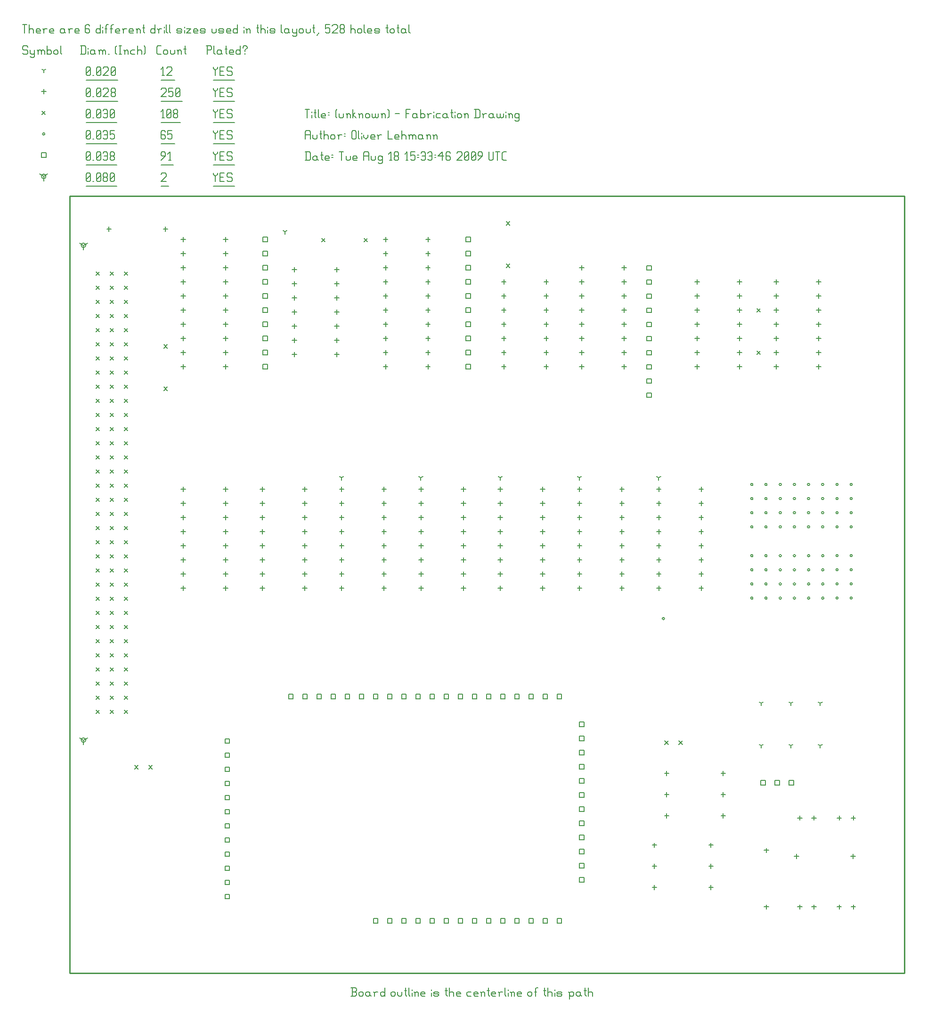
<source format=gbr>
G04 start of page 9 for group -3984 idx -3984 *
G04 Title: (unknown), fab *
G04 Creator: pcb 20081128 *
G04 CreationDate: Tue Aug 18 15:33:46 2009 UTC *
G04 For: olivleh1 *
G04 Format: Gerber/RS-274X *
G04 PCB-Dimensions: 637795 559055 *
G04 PCB-Coordinate-Origin: lower left *
%MOIN*%
%FSLAX24Y24*%
%LNFAB*%
%ADD13C,0.0100*%
%ADD36C,0.0080*%
%ADD37C,0.0060*%
G54D36*X4314Y52153D02*Y51833D01*
Y52153D02*X4592Y52313D01*
X4314Y52153D02*X4037Y52313D01*
X4154Y52153D02*G75*G03X4474Y52153I160J0D01*G01*
G75*G03X4154Y52153I-160J0D01*G01*
X4314Y17153D02*Y16833D01*
Y17153D02*X4592Y17313D01*
X4314Y17153D02*X4037Y17313D01*
X4154Y17153D02*G75*G03X4474Y17153I160J0D01*G01*
G75*G03X4154Y17153I-160J0D01*G01*
X1500Y57030D02*Y56710D01*
Y57030D02*X1777Y57190D01*
X1500Y57030D02*X1222Y57190D01*
X1340Y57030D02*G75*G03X1660Y57030I160J0D01*G01*
G75*G03X1340Y57030I-160J0D01*G01*
G54D37*X13500Y57255D02*Y57180D01*
X13650Y57030D01*
X13800Y57180D01*
Y57255D02*Y57180D01*
X13650Y57030D02*Y56655D01*
X13980Y56955D02*X14205D01*
X13980Y56655D02*X14280D01*
X13980Y57255D02*Y56655D01*
Y57255D02*X14280D01*
X14760D02*X14835Y57180D01*
X14535Y57255D02*X14760D01*
X14460Y57180D02*X14535Y57255D01*
X14460Y57180D02*Y57030D01*
X14535Y56955D01*
X14760D01*
X14835Y56880D01*
Y56730D01*
X14760Y56655D02*X14835Y56730D01*
X14535Y56655D02*X14760D01*
X14460Y56730D02*X14535Y56655D01*
X13500Y56330D02*X15015D01*
X9800Y57180D02*X9875Y57255D01*
X10100D01*
X10175Y57180D01*
Y57030D01*
X9800Y56655D02*X10175Y57030D01*
X9800Y56655D02*X10175D01*
X9800Y56330D02*X10355D01*
X4500Y56730D02*X4575Y56655D01*
X4500Y57180D02*Y56730D01*
Y57180D02*X4575Y57255D01*
X4725D01*
X4800Y57180D01*
Y56730D01*
X4725Y56655D02*X4800Y56730D01*
X4575Y56655D02*X4725D01*
X4500Y56805D02*X4800Y57105D01*
X4980Y56655D02*X5055D01*
X5235Y56730D02*X5310Y56655D01*
X5235Y57180D02*Y56730D01*
Y57180D02*X5310Y57255D01*
X5460D01*
X5535Y57180D01*
Y56730D01*
X5460Y56655D02*X5535Y56730D01*
X5310Y56655D02*X5460D01*
X5235Y56805D02*X5535Y57105D01*
X5715Y56730D02*X5790Y56655D01*
X5715Y56880D02*Y56730D01*
Y56880D02*X5790Y56955D01*
X5940D01*
X6015Y56880D01*
Y56730D01*
X5940Y56655D02*X6015Y56730D01*
X5790Y56655D02*X5940D01*
X5715Y57030D02*X5790Y56955D01*
X5715Y57180D02*Y57030D01*
Y57180D02*X5790Y57255D01*
X5940D01*
X6015Y57180D01*
Y57030D01*
X5940Y56955D02*X6015Y57030D01*
X6195Y56730D02*X6270Y56655D01*
X6195Y57180D02*Y56730D01*
Y57180D02*X6270Y57255D01*
X6420D01*
X6495Y57180D01*
Y56730D01*
X6420Y56655D02*X6495Y56730D01*
X6270Y56655D02*X6420D01*
X6195Y56805D02*X6495Y57105D01*
X4500Y56330D02*X6675D01*
X54249Y14293D02*X54569D01*
X54249D02*Y13973D01*
X54569D01*
Y14293D02*Y13973D01*
X53249Y14293D02*X53569D01*
X53249D02*Y13973D01*
X53569D01*
Y14293D02*Y13973D01*
X52249Y14293D02*X52569D01*
X52249D02*Y13973D01*
X52569D01*
Y14293D02*Y13973D01*
X37832Y4530D02*X38152D01*
X37832D02*Y4210D01*
X38152D01*
Y4530D02*Y4210D01*
X36832Y4530D02*X37152D01*
X36832D02*Y4210D01*
X37152D01*
Y4530D02*Y4210D01*
X35832Y4530D02*X36152D01*
X35832D02*Y4210D01*
X36152D01*
Y4530D02*Y4210D01*
X34832Y4530D02*X35152D01*
X34832D02*Y4210D01*
X35152D01*
Y4530D02*Y4210D01*
X33832Y4530D02*X34152D01*
X33832D02*Y4210D01*
X34152D01*
Y4530D02*Y4210D01*
X32832Y4530D02*X33152D01*
X32832D02*Y4210D01*
X33152D01*
Y4530D02*Y4210D01*
X31832Y4530D02*X32152D01*
X31832D02*Y4210D01*
X32152D01*
Y4530D02*Y4210D01*
X30832Y4530D02*X31152D01*
X30832D02*Y4210D01*
X31152D01*
Y4530D02*Y4210D01*
X29832Y4530D02*X30152D01*
X29832D02*Y4210D01*
X30152D01*
Y4530D02*Y4210D01*
X28832Y4530D02*X29152D01*
X28832D02*Y4210D01*
X29152D01*
Y4530D02*Y4210D01*
X27832Y4530D02*X28152D01*
X27832D02*Y4210D01*
X28152D01*
Y4530D02*Y4210D01*
X26832Y4530D02*X27152D01*
X26832D02*Y4210D01*
X27152D01*
Y4530D02*Y4210D01*
X25832Y4530D02*X26152D01*
X25832D02*Y4210D01*
X26152D01*
Y4530D02*Y4210D01*
X24832Y4530D02*X25152D01*
X24832D02*Y4210D01*
X25152D01*
Y4530D02*Y4210D01*
X14328Y17246D02*X14648D01*
X14328D02*Y16926D01*
X14648D01*
Y17246D02*Y16926D01*
X14328Y16246D02*X14648D01*
X14328D02*Y15926D01*
X14648D01*
Y16246D02*Y15926D01*
X14328Y15246D02*X14648D01*
X14328D02*Y14926D01*
X14648D01*
Y15246D02*Y14926D01*
X14328Y14246D02*X14648D01*
X14328D02*Y13926D01*
X14648D01*
Y14246D02*Y13926D01*
X14328Y13246D02*X14648D01*
X14328D02*Y12926D01*
X14648D01*
Y13246D02*Y12926D01*
X14328Y12246D02*X14648D01*
X14328D02*Y11926D01*
X14648D01*
Y12246D02*Y11926D01*
X14328Y11246D02*X14648D01*
X14328D02*Y10926D01*
X14648D01*
Y11246D02*Y10926D01*
X14328Y10246D02*X14648D01*
X14328D02*Y9926D01*
X14648D01*
Y10246D02*Y9926D01*
X14328Y9246D02*X14648D01*
X14328D02*Y8926D01*
X14648D01*
Y9246D02*Y8926D01*
X14328Y8246D02*X14648D01*
X14328D02*Y7926D01*
X14648D01*
Y8246D02*Y7926D01*
X14328Y7246D02*X14648D01*
X14328D02*Y6926D01*
X14648D01*
Y7246D02*Y6926D01*
X14328Y6246D02*X14648D01*
X14328D02*Y5926D01*
X14648D01*
Y6246D02*Y5926D01*
X39406Y18427D02*X39726D01*
X39406D02*Y18107D01*
X39726D01*
Y18427D02*Y18107D01*
X39406Y17427D02*X39726D01*
X39406D02*Y17107D01*
X39726D01*
Y17427D02*Y17107D01*
X39406Y16427D02*X39726D01*
X39406D02*Y16107D01*
X39726D01*
Y16427D02*Y16107D01*
X39406Y15427D02*X39726D01*
X39406D02*Y15107D01*
X39726D01*
Y15427D02*Y15107D01*
X39406Y14427D02*X39726D01*
X39406D02*Y14107D01*
X39726D01*
Y14427D02*Y14107D01*
X39406Y13427D02*X39726D01*
X39406D02*Y13107D01*
X39726D01*
Y13427D02*Y13107D01*
X39406Y12427D02*X39726D01*
X39406D02*Y12107D01*
X39726D01*
Y12427D02*Y12107D01*
X39406Y11427D02*X39726D01*
X39406D02*Y11107D01*
X39726D01*
Y11427D02*Y11107D01*
X39406Y10427D02*X39726D01*
X39406D02*Y10107D01*
X39726D01*
Y10427D02*Y10107D01*
X39406Y9427D02*X39726D01*
X39406D02*Y9107D01*
X39726D01*
Y9427D02*Y9107D01*
X39406Y8427D02*X39726D01*
X39406D02*Y8107D01*
X39726D01*
Y8427D02*Y8107D01*
X39406Y7427D02*X39726D01*
X39406D02*Y7107D01*
X39726D01*
Y7427D02*Y7107D01*
X37832Y20396D02*X38152D01*
X37832D02*Y20076D01*
X38152D01*
Y20396D02*Y20076D01*
X36832Y20396D02*X37152D01*
X36832D02*Y20076D01*
X37152D01*
Y20396D02*Y20076D01*
X35832Y20396D02*X36152D01*
X35832D02*Y20076D01*
X36152D01*
Y20396D02*Y20076D01*
X34832Y20396D02*X35152D01*
X34832D02*Y20076D01*
X35152D01*
Y20396D02*Y20076D01*
X33832Y20396D02*X34152D01*
X33832D02*Y20076D01*
X34152D01*
Y20396D02*Y20076D01*
X32832Y20396D02*X33152D01*
X32832D02*Y20076D01*
X33152D01*
Y20396D02*Y20076D01*
X31832Y20396D02*X32152D01*
X31832D02*Y20076D01*
X32152D01*
Y20396D02*Y20076D01*
X30832Y20396D02*X31152D01*
X30832D02*Y20076D01*
X31152D01*
Y20396D02*Y20076D01*
X29832Y20396D02*X30152D01*
X29832D02*Y20076D01*
X30152D01*
Y20396D02*Y20076D01*
X28832Y20396D02*X29152D01*
X28832D02*Y20076D01*
X29152D01*
Y20396D02*Y20076D01*
X27832Y20396D02*X28152D01*
X27832D02*Y20076D01*
X28152D01*
Y20396D02*Y20076D01*
X26832Y20396D02*X27152D01*
X26832D02*Y20076D01*
X27152D01*
Y20396D02*Y20076D01*
X25832Y20396D02*X26152D01*
X25832D02*Y20076D01*
X26152D01*
Y20396D02*Y20076D01*
X24832Y20396D02*X25152D01*
X24832D02*Y20076D01*
X25152D01*
Y20396D02*Y20076D01*
X23832Y20396D02*X24152D01*
X23832D02*Y20076D01*
X24152D01*
Y20396D02*Y20076D01*
X22832Y20396D02*X23152D01*
X22832D02*Y20076D01*
X23152D01*
Y20396D02*Y20076D01*
X21832Y20396D02*X22152D01*
X21832D02*Y20076D01*
X22152D01*
Y20396D02*Y20076D01*
X20832Y20396D02*X21152D01*
X20832D02*Y20076D01*
X21152D01*
Y20396D02*Y20076D01*
X19832Y20396D02*X20152D01*
X19832D02*Y20076D01*
X20152D01*
Y20396D02*Y20076D01*
X18832Y20396D02*X19152D01*
X18832D02*Y20076D01*
X19152D01*
Y20396D02*Y20076D01*
X17017Y43723D02*X17337D01*
X17017D02*Y43403D01*
X17337D01*
Y43723D02*Y43403D01*
X17017Y44723D02*X17337D01*
X17017D02*Y44403D01*
X17337D01*
Y44723D02*Y44403D01*
X17017Y45723D02*X17337D01*
X17017D02*Y45403D01*
X17337D01*
Y45723D02*Y45403D01*
X17017Y46723D02*X17337D01*
X17017D02*Y46403D01*
X17337D01*
Y46723D02*Y46403D01*
X17017Y47723D02*X17337D01*
X17017D02*Y47403D01*
X17337D01*
Y47723D02*Y47403D01*
X17017Y48723D02*X17337D01*
X17017D02*Y48403D01*
X17337D01*
Y48723D02*Y48403D01*
X17017Y49723D02*X17337D01*
X17017D02*Y49403D01*
X17337D01*
Y49723D02*Y49403D01*
X17017Y50723D02*X17337D01*
X17017D02*Y50403D01*
X17337D01*
Y50723D02*Y50403D01*
X17017Y51723D02*X17337D01*
X17017D02*Y51403D01*
X17337D01*
Y51723D02*Y51403D01*
X17017Y52723D02*X17337D01*
X17017D02*Y52403D01*
X17337D01*
Y52723D02*Y52403D01*
X31387Y43723D02*X31707D01*
X31387D02*Y43403D01*
X31707D01*
Y43723D02*Y43403D01*
X31387Y44723D02*X31707D01*
X31387D02*Y44403D01*
X31707D01*
Y44723D02*Y44403D01*
X31387Y45723D02*X31707D01*
X31387D02*Y45403D01*
X31707D01*
Y45723D02*Y45403D01*
X31387Y46723D02*X31707D01*
X31387D02*Y46403D01*
X31707D01*
Y46723D02*Y46403D01*
X31387Y47723D02*X31707D01*
X31387D02*Y47403D01*
X31707D01*
Y47723D02*Y47403D01*
X31387Y48723D02*X31707D01*
X31387D02*Y48403D01*
X31707D01*
Y48723D02*Y48403D01*
X31387Y49723D02*X31707D01*
X31387D02*Y49403D01*
X31707D01*
Y49723D02*Y49403D01*
X31387Y50723D02*X31707D01*
X31387D02*Y50403D01*
X31707D01*
Y50723D02*Y50403D01*
X31387Y51723D02*X31707D01*
X31387D02*Y51403D01*
X31707D01*
Y51723D02*Y51403D01*
X31387Y52723D02*X31707D01*
X31387D02*Y52403D01*
X31707D01*
Y52723D02*Y52403D01*
X44182Y41715D02*X44502D01*
X44182D02*Y41395D01*
X44502D01*
Y41715D02*Y41395D01*
X44182Y42715D02*X44502D01*
X44182D02*Y42395D01*
X44502D01*
Y42715D02*Y42395D01*
X44182Y43715D02*X44502D01*
X44182D02*Y43395D01*
X44502D01*
Y43715D02*Y43395D01*
X44182Y44715D02*X44502D01*
X44182D02*Y44395D01*
X44502D01*
Y44715D02*Y44395D01*
X44182Y45715D02*X44502D01*
X44182D02*Y45395D01*
X44502D01*
Y45715D02*Y45395D01*
X44182Y46715D02*X44502D01*
X44182D02*Y46395D01*
X44502D01*
Y46715D02*Y46395D01*
X44182Y47715D02*X44502D01*
X44182D02*Y47395D01*
X44502D01*
Y47715D02*Y47395D01*
X44182Y48715D02*X44502D01*
X44182D02*Y48395D01*
X44502D01*
Y48715D02*Y48395D01*
X44182Y49715D02*X44502D01*
X44182D02*Y49395D01*
X44502D01*
Y49715D02*Y49395D01*
X44182Y50715D02*X44502D01*
X44182D02*Y50395D01*
X44502D01*
Y50715D02*Y50395D01*
X1340Y58690D02*X1660D01*
X1340D02*Y58370D01*
X1660D01*
Y58690D02*Y58370D01*
X13500Y58755D02*Y58680D01*
X13650Y58530D01*
X13800Y58680D01*
Y58755D02*Y58680D01*
X13650Y58530D02*Y58155D01*
X13980Y58455D02*X14205D01*
X13980Y58155D02*X14280D01*
X13980Y58755D02*Y58155D01*
Y58755D02*X14280D01*
X14760D02*X14835Y58680D01*
X14535Y58755D02*X14760D01*
X14460Y58680D02*X14535Y58755D01*
X14460Y58680D02*Y58530D01*
X14535Y58455D01*
X14760D01*
X14835Y58380D01*
Y58230D01*
X14760Y58155D02*X14835Y58230D01*
X14535Y58155D02*X14760D01*
X14460Y58230D02*X14535Y58155D01*
X13500Y57830D02*X15015D01*
X9800Y58155D02*X10100Y58455D01*
Y58680D02*Y58455D01*
X10025Y58755D02*X10100Y58680D01*
X9875Y58755D02*X10025D01*
X9800Y58680D02*X9875Y58755D01*
X9800Y58680D02*Y58530D01*
X9875Y58455D01*
X10100D01*
X10355Y58155D02*X10505D01*
X10430Y58755D02*Y58155D01*
X10280Y58605D02*X10430Y58755D01*
X9800Y57830D02*X10685D01*
X4500Y58230D02*X4575Y58155D01*
X4500Y58680D02*Y58230D01*
Y58680D02*X4575Y58755D01*
X4725D01*
X4800Y58680D01*
Y58230D01*
X4725Y58155D02*X4800Y58230D01*
X4575Y58155D02*X4725D01*
X4500Y58305D02*X4800Y58605D01*
X4980Y58155D02*X5055D01*
X5235Y58230D02*X5310Y58155D01*
X5235Y58680D02*Y58230D01*
Y58680D02*X5310Y58755D01*
X5460D01*
X5535Y58680D01*
Y58230D01*
X5460Y58155D02*X5535Y58230D01*
X5310Y58155D02*X5460D01*
X5235Y58305D02*X5535Y58605D01*
X5715Y58680D02*X5790Y58755D01*
X5940D01*
X6015Y58680D01*
Y58230D01*
X5940Y58155D02*X6015Y58230D01*
X5790Y58155D02*X5940D01*
X5715Y58230D02*X5790Y58155D01*
Y58455D02*X6015D01*
X6195Y58230D02*X6270Y58155D01*
X6195Y58380D02*Y58230D01*
Y58380D02*X6270Y58455D01*
X6420D01*
X6495Y58380D01*
Y58230D01*
X6420Y58155D02*X6495Y58230D01*
X6270Y58155D02*X6420D01*
X6195Y58530D02*X6270Y58455D01*
X6195Y58680D02*Y58530D01*
Y58680D02*X6270Y58755D01*
X6420D01*
X6495Y58680D01*
Y58530D01*
X6420Y58455D02*X6495Y58530D01*
X4500Y57830D02*X6675D01*
X45274Y25748D02*G75*G03X45434Y25748I80J0D01*G01*
G75*G03X45274Y25748I-80J0D01*G01*
X55550Y30196D02*G75*G03X55710Y30196I80J0D01*G01*
G75*G03X55550Y30196I-80J0D01*G01*
X58557Y29196D02*G75*G03X58717Y29196I80J0D01*G01*
G75*G03X58557Y29196I-80J0D01*G01*
X54542Y30196D02*G75*G03X54702Y30196I80J0D01*G01*
G75*G03X54542Y30196I-80J0D01*G01*
X53542Y33236D02*G75*G03X53702Y33236I80J0D01*G01*
G75*G03X53542Y33236I-80J0D01*G01*
X56550Y30196D02*G75*G03X56710Y30196I80J0D01*G01*
G75*G03X56550Y30196I-80J0D01*G01*
X57557D02*G75*G03X57717Y30196I80J0D01*G01*
G75*G03X57557Y30196I-80J0D01*G01*
X58557D02*G75*G03X58717Y30196I80J0D01*G01*
G75*G03X58557Y30196I-80J0D01*G01*
X51534Y32236D02*G75*G03X51694Y32236I80J0D01*G01*
G75*G03X51534Y32236I-80J0D01*G01*
Y33236D02*G75*G03X51694Y33236I80J0D01*G01*
G75*G03X51534Y33236I-80J0D01*G01*
Y34236D02*G75*G03X51694Y34236I80J0D01*G01*
G75*G03X51534Y34236I-80J0D01*G01*
Y35236D02*G75*G03X51694Y35236I80J0D01*G01*
G75*G03X51534Y35236I-80J0D01*G01*
X52534D02*G75*G03X52694Y35236I80J0D01*G01*
G75*G03X52534Y35236I-80J0D01*G01*
Y34236D02*G75*G03X52694Y34236I80J0D01*G01*
G75*G03X52534Y34236I-80J0D01*G01*
Y33236D02*G75*G03X52694Y33236I80J0D01*G01*
G75*G03X52534Y33236I-80J0D01*G01*
Y32236D02*G75*G03X52694Y32236I80J0D01*G01*
G75*G03X52534Y32236I-80J0D01*G01*
X53542D02*G75*G03X53702Y32236I80J0D01*G01*
G75*G03X53542Y32236I-80J0D01*G01*
X54542D02*G75*G03X54702Y32236I80J0D01*G01*
G75*G03X54542Y32236I-80J0D01*G01*
X55550D02*G75*G03X55710Y32236I80J0D01*G01*
G75*G03X55550Y32236I-80J0D01*G01*
X56550D02*G75*G03X56710Y32236I80J0D01*G01*
G75*G03X56550Y32236I-80J0D01*G01*
X57557D02*G75*G03X57717Y32236I80J0D01*G01*
G75*G03X57557Y32236I-80J0D01*G01*
X58557D02*G75*G03X58717Y32236I80J0D01*G01*
G75*G03X58557Y32236I-80J0D01*G01*
Y33236D02*G75*G03X58717Y33236I80J0D01*G01*
G75*G03X58557Y33236I-80J0D01*G01*
X57557D02*G75*G03X57717Y33236I80J0D01*G01*
G75*G03X57557Y33236I-80J0D01*G01*
X56550D02*G75*G03X56710Y33236I80J0D01*G01*
G75*G03X56550Y33236I-80J0D01*G01*
X55550D02*G75*G03X55710Y33236I80J0D01*G01*
G75*G03X55550Y33236I-80J0D01*G01*
X54542D02*G75*G03X54702Y33236I80J0D01*G01*
G75*G03X54542Y33236I-80J0D01*G01*
X53542Y30196D02*G75*G03X53702Y30196I80J0D01*G01*
G75*G03X53542Y30196I-80J0D01*G01*
Y34236D02*G75*G03X53702Y34236I80J0D01*G01*
G75*G03X53542Y34236I-80J0D01*G01*
X54542D02*G75*G03X54702Y34236I80J0D01*G01*
G75*G03X54542Y34236I-80J0D01*G01*
X55550D02*G75*G03X55710Y34236I80J0D01*G01*
G75*G03X55550Y34236I-80J0D01*G01*
X56550D02*G75*G03X56710Y34236I80J0D01*G01*
G75*G03X56550Y34236I-80J0D01*G01*
X57557D02*G75*G03X57717Y34236I80J0D01*G01*
G75*G03X57557Y34236I-80J0D01*G01*
X58557D02*G75*G03X58717Y34236I80J0D01*G01*
G75*G03X58557Y34236I-80J0D01*G01*
Y35236D02*G75*G03X58717Y35236I80J0D01*G01*
G75*G03X58557Y35236I-80J0D01*G01*
X57557D02*G75*G03X57717Y35236I80J0D01*G01*
G75*G03X57557Y35236I-80J0D01*G01*
X56550D02*G75*G03X56710Y35236I80J0D01*G01*
G75*G03X56550Y35236I-80J0D01*G01*
X55550D02*G75*G03X55710Y35236I80J0D01*G01*
G75*G03X55550Y35236I-80J0D01*G01*
X54542D02*G75*G03X54702Y35236I80J0D01*G01*
G75*G03X54542Y35236I-80J0D01*G01*
X53542D02*G75*G03X53702Y35236I80J0D01*G01*
G75*G03X53542Y35236I-80J0D01*G01*
X51534Y27196D02*G75*G03X51694Y27196I80J0D01*G01*
G75*G03X51534Y27196I-80J0D01*G01*
Y28196D02*G75*G03X51694Y28196I80J0D01*G01*
G75*G03X51534Y28196I-80J0D01*G01*
Y29196D02*G75*G03X51694Y29196I80J0D01*G01*
G75*G03X51534Y29196I-80J0D01*G01*
Y30196D02*G75*G03X51694Y30196I80J0D01*G01*
G75*G03X51534Y30196I-80J0D01*G01*
X52534D02*G75*G03X52694Y30196I80J0D01*G01*
G75*G03X52534Y30196I-80J0D01*G01*
Y29196D02*G75*G03X52694Y29196I80J0D01*G01*
G75*G03X52534Y29196I-80J0D01*G01*
Y28196D02*G75*G03X52694Y28196I80J0D01*G01*
G75*G03X52534Y28196I-80J0D01*G01*
Y27196D02*G75*G03X52694Y27196I80J0D01*G01*
G75*G03X52534Y27196I-80J0D01*G01*
X53542D02*G75*G03X53702Y27196I80J0D01*G01*
G75*G03X53542Y27196I-80J0D01*G01*
X54542D02*G75*G03X54702Y27196I80J0D01*G01*
G75*G03X54542Y27196I-80J0D01*G01*
X55550D02*G75*G03X55710Y27196I80J0D01*G01*
G75*G03X55550Y27196I-80J0D01*G01*
X56550D02*G75*G03X56710Y27196I80J0D01*G01*
G75*G03X56550Y27196I-80J0D01*G01*
X57557D02*G75*G03X57717Y27196I80J0D01*G01*
G75*G03X57557Y27196I-80J0D01*G01*
X58557D02*G75*G03X58717Y27196I80J0D01*G01*
G75*G03X58557Y27196I-80J0D01*G01*
Y28196D02*G75*G03X58717Y28196I80J0D01*G01*
G75*G03X58557Y28196I-80J0D01*G01*
X57557D02*G75*G03X57717Y28196I80J0D01*G01*
G75*G03X57557Y28196I-80J0D01*G01*
X56550D02*G75*G03X56710Y28196I80J0D01*G01*
G75*G03X56550Y28196I-80J0D01*G01*
X55550D02*G75*G03X55710Y28196I80J0D01*G01*
G75*G03X55550Y28196I-80J0D01*G01*
X54542D02*G75*G03X54702Y28196I80J0D01*G01*
G75*G03X54542Y28196I-80J0D01*G01*
X53542D02*G75*G03X53702Y28196I80J0D01*G01*
G75*G03X53542Y28196I-80J0D01*G01*
Y29196D02*G75*G03X53702Y29196I80J0D01*G01*
G75*G03X53542Y29196I-80J0D01*G01*
X54542D02*G75*G03X54702Y29196I80J0D01*G01*
G75*G03X54542Y29196I-80J0D01*G01*
X55550D02*G75*G03X55710Y29196I80J0D01*G01*
G75*G03X55550Y29196I-80J0D01*G01*
X56550D02*G75*G03X56710Y29196I80J0D01*G01*
G75*G03X56550Y29196I-80J0D01*G01*
X57557D02*G75*G03X57717Y29196I80J0D01*G01*
G75*G03X57557Y29196I-80J0D01*G01*
X1420Y60030D02*G75*G03X1580Y60030I80J0D01*G01*
G75*G03X1420Y60030I-80J0D01*G01*
X13500Y60255D02*Y60180D01*
X13650Y60030D01*
X13800Y60180D01*
Y60255D02*Y60180D01*
X13650Y60030D02*Y59655D01*
X13980Y59955D02*X14205D01*
X13980Y59655D02*X14280D01*
X13980Y60255D02*Y59655D01*
Y60255D02*X14280D01*
X14760D02*X14835Y60180D01*
X14535Y60255D02*X14760D01*
X14460Y60180D02*X14535Y60255D01*
X14460Y60180D02*Y60030D01*
X14535Y59955D01*
X14760D01*
X14835Y59880D01*
Y59730D01*
X14760Y59655D02*X14835Y59730D01*
X14535Y59655D02*X14760D01*
X14460Y59730D02*X14535Y59655D01*
X13500Y59330D02*X15015D01*
X10025Y60255D02*X10100Y60180D01*
X9875Y60255D02*X10025D01*
X9800Y60180D02*X9875Y60255D01*
X9800Y60180D02*Y59730D01*
X9875Y59655D01*
X10025Y59955D02*X10100Y59880D01*
X9800Y59955D02*X10025D01*
X9875Y59655D02*X10025D01*
X10100Y59730D01*
Y59880D02*Y59730D01*
X10280Y60255D02*X10580D01*
X10280D02*Y59955D01*
X10355Y60030D01*
X10505D01*
X10580Y59955D01*
Y59730D01*
X10505Y59655D02*X10580Y59730D01*
X10355Y59655D02*X10505D01*
X10280Y59730D02*X10355Y59655D01*
X9800Y59330D02*X10760D01*
X4500Y59730D02*X4575Y59655D01*
X4500Y60180D02*Y59730D01*
Y60180D02*X4575Y60255D01*
X4725D01*
X4800Y60180D01*
Y59730D01*
X4725Y59655D02*X4800Y59730D01*
X4575Y59655D02*X4725D01*
X4500Y59805D02*X4800Y60105D01*
X4980Y59655D02*X5055D01*
X5235Y59730D02*X5310Y59655D01*
X5235Y60180D02*Y59730D01*
Y60180D02*X5310Y60255D01*
X5460D01*
X5535Y60180D01*
Y59730D01*
X5460Y59655D02*X5535Y59730D01*
X5310Y59655D02*X5460D01*
X5235Y59805D02*X5535Y60105D01*
X5715Y60180D02*X5790Y60255D01*
X5940D01*
X6015Y60180D01*
Y59730D01*
X5940Y59655D02*X6015Y59730D01*
X5790Y59655D02*X5940D01*
X5715Y59730D02*X5790Y59655D01*
Y59955D02*X6015D01*
X6195Y60255D02*X6495D01*
X6195D02*Y59955D01*
X6270Y60030D01*
X6420D01*
X6495Y59955D01*
Y59730D01*
X6420Y59655D02*X6495Y59730D01*
X6270Y59655D02*X6420D01*
X6195Y59730D02*X6270Y59655D01*
X4500Y59330D02*X6675D01*
X7950Y15356D02*X8190Y15116D01*
X7950D02*X8190Y15356D01*
X8950D02*X9190Y15116D01*
X8950D02*X9190Y15356D01*
X51966Y47681D02*X52206Y47441D01*
X51966D02*X52206Y47681D01*
X51966Y44681D02*X52206Y44441D01*
X51966D02*X52206Y44681D01*
X34250Y53822D02*X34490Y53582D01*
X34250D02*X34490Y53822D01*
X34250Y50822D02*X34490Y50582D01*
X34250D02*X34490Y50822D01*
X24173Y52639D02*X24413Y52399D01*
X24173D02*X24413Y52639D01*
X21173D02*X21413Y52399D01*
X21173D02*X21413Y52639D01*
X9998Y42126D02*X10238Y41886D01*
X9998D02*X10238Y42126D01*
X9998Y45126D02*X10238Y44886D01*
X9998D02*X10238Y45126D01*
X46454Y17088D02*X46694Y16848D01*
X46454D02*X46694Y17088D01*
X45454D02*X45694Y16848D01*
X45454D02*X45694Y17088D01*
X5194Y19273D02*X5434Y19033D01*
X5194D02*X5434Y19273D01*
X5194Y20273D02*X5434Y20033D01*
X5194D02*X5434Y20273D01*
X5194Y21273D02*X5434Y21033D01*
X5194D02*X5434Y21273D01*
X5194Y22273D02*X5434Y22033D01*
X5194D02*X5434Y22273D01*
X5194Y23273D02*X5434Y23033D01*
X5194D02*X5434Y23273D01*
X5194Y24273D02*X5434Y24033D01*
X5194D02*X5434Y24273D01*
X5194Y25273D02*X5434Y25033D01*
X5194D02*X5434Y25273D01*
X5194Y26273D02*X5434Y26033D01*
X5194D02*X5434Y26273D01*
X5194Y27273D02*X5434Y27033D01*
X5194D02*X5434Y27273D01*
X5194Y28273D02*X5434Y28033D01*
X5194D02*X5434Y28273D01*
X5194Y29273D02*X5434Y29033D01*
X5194D02*X5434Y29273D01*
X5194Y30273D02*X5434Y30033D01*
X5194D02*X5434Y30273D01*
X5194Y31273D02*X5434Y31033D01*
X5194D02*X5434Y31273D01*
X5194Y32273D02*X5434Y32033D01*
X5194D02*X5434Y32273D01*
X5194Y33273D02*X5434Y33033D01*
X5194D02*X5434Y33273D01*
X5194Y34273D02*X5434Y34033D01*
X5194D02*X5434Y34273D01*
X5194Y35273D02*X5434Y35033D01*
X5194D02*X5434Y35273D01*
X5194Y36273D02*X5434Y36033D01*
X5194D02*X5434Y36273D01*
X5194Y37273D02*X5434Y37033D01*
X5194D02*X5434Y37273D01*
X5194Y38273D02*X5434Y38033D01*
X5194D02*X5434Y38273D01*
X5194Y39273D02*X5434Y39033D01*
X5194D02*X5434Y39273D01*
X5194Y40273D02*X5434Y40033D01*
X5194D02*X5434Y40273D01*
X5194Y41273D02*X5434Y41033D01*
X5194D02*X5434Y41273D01*
X5194Y42273D02*X5434Y42033D01*
X5194D02*X5434Y42273D01*
X5194Y43273D02*X5434Y43033D01*
X5194D02*X5434Y43273D01*
X5194Y44273D02*X5434Y44033D01*
X5194D02*X5434Y44273D01*
X5194Y45273D02*X5434Y45033D01*
X5194D02*X5434Y45273D01*
X5194Y46273D02*X5434Y46033D01*
X5194D02*X5434Y46273D01*
X5194Y47273D02*X5434Y47033D01*
X5194D02*X5434Y47273D01*
X5194Y48273D02*X5434Y48033D01*
X5194D02*X5434Y48273D01*
X5194Y49273D02*X5434Y49033D01*
X5194D02*X5434Y49273D01*
X5194Y50273D02*X5434Y50033D01*
X5194D02*X5434Y50273D01*
X6194Y19273D02*X6434Y19033D01*
X6194D02*X6434Y19273D01*
X6194Y20273D02*X6434Y20033D01*
X6194D02*X6434Y20273D01*
X6194Y21273D02*X6434Y21033D01*
X6194D02*X6434Y21273D01*
X6194Y22273D02*X6434Y22033D01*
X6194D02*X6434Y22273D01*
X6194Y23273D02*X6434Y23033D01*
X6194D02*X6434Y23273D01*
X6194Y24273D02*X6434Y24033D01*
X6194D02*X6434Y24273D01*
X6194Y25273D02*X6434Y25033D01*
X6194D02*X6434Y25273D01*
X6194Y26273D02*X6434Y26033D01*
X6194D02*X6434Y26273D01*
X6194Y27273D02*X6434Y27033D01*
X6194D02*X6434Y27273D01*
X6194Y28273D02*X6434Y28033D01*
X6194D02*X6434Y28273D01*
X6194Y29273D02*X6434Y29033D01*
X6194D02*X6434Y29273D01*
X6194Y30273D02*X6434Y30033D01*
X6194D02*X6434Y30273D01*
X6194Y31273D02*X6434Y31033D01*
X6194D02*X6434Y31273D01*
X6194Y32273D02*X6434Y32033D01*
X6194D02*X6434Y32273D01*
X6194Y33273D02*X6434Y33033D01*
X6194D02*X6434Y33273D01*
X6194Y34273D02*X6434Y34033D01*
X6194D02*X6434Y34273D01*
X6194Y35273D02*X6434Y35033D01*
X6194D02*X6434Y35273D01*
X6194Y36273D02*X6434Y36033D01*
X6194D02*X6434Y36273D01*
X6194Y37273D02*X6434Y37033D01*
X6194D02*X6434Y37273D01*
X6194Y38273D02*X6434Y38033D01*
X6194D02*X6434Y38273D01*
X6194Y39273D02*X6434Y39033D01*
X6194D02*X6434Y39273D01*
X6194Y40273D02*X6434Y40033D01*
X6194D02*X6434Y40273D01*
X6194Y41273D02*X6434Y41033D01*
X6194D02*X6434Y41273D01*
X6194Y42273D02*X6434Y42033D01*
X6194D02*X6434Y42273D01*
X6194Y43273D02*X6434Y43033D01*
X6194D02*X6434Y43273D01*
X6194Y44273D02*X6434Y44033D01*
X6194D02*X6434Y44273D01*
X6194Y45273D02*X6434Y45033D01*
X6194D02*X6434Y45273D01*
X6194Y46273D02*X6434Y46033D01*
X6194D02*X6434Y46273D01*
X6194Y47273D02*X6434Y47033D01*
X6194D02*X6434Y47273D01*
X6194Y48273D02*X6434Y48033D01*
X6194D02*X6434Y48273D01*
X6194Y49273D02*X6434Y49033D01*
X6194D02*X6434Y49273D01*
X6194Y50273D02*X6434Y50033D01*
X6194D02*X6434Y50273D01*
X7194Y19273D02*X7434Y19033D01*
X7194D02*X7434Y19273D01*
X7194Y20273D02*X7434Y20033D01*
X7194D02*X7434Y20273D01*
X7194Y21273D02*X7434Y21033D01*
X7194D02*X7434Y21273D01*
X7194Y22273D02*X7434Y22033D01*
X7194D02*X7434Y22273D01*
X7194Y23273D02*X7434Y23033D01*
X7194D02*X7434Y23273D01*
X7194Y24273D02*X7434Y24033D01*
X7194D02*X7434Y24273D01*
X7194Y25273D02*X7434Y25033D01*
X7194D02*X7434Y25273D01*
X7194Y26273D02*X7434Y26033D01*
X7194D02*X7434Y26273D01*
X7194Y27273D02*X7434Y27033D01*
X7194D02*X7434Y27273D01*
X7194Y28273D02*X7434Y28033D01*
X7194D02*X7434Y28273D01*
X7194Y29273D02*X7434Y29033D01*
X7194D02*X7434Y29273D01*
X7194Y30273D02*X7434Y30033D01*
X7194D02*X7434Y30273D01*
X7194Y31273D02*X7434Y31033D01*
X7194D02*X7434Y31273D01*
X7194Y32273D02*X7434Y32033D01*
X7194D02*X7434Y32273D01*
X7194Y33273D02*X7434Y33033D01*
X7194D02*X7434Y33273D01*
X7194Y34273D02*X7434Y34033D01*
X7194D02*X7434Y34273D01*
X7194Y35273D02*X7434Y35033D01*
X7194D02*X7434Y35273D01*
X7194Y36273D02*X7434Y36033D01*
X7194D02*X7434Y36273D01*
X7194Y37273D02*X7434Y37033D01*
X7194D02*X7434Y37273D01*
X7194Y38273D02*X7434Y38033D01*
X7194D02*X7434Y38273D01*
X7194Y39273D02*X7434Y39033D01*
X7194D02*X7434Y39273D01*
X7194Y40273D02*X7434Y40033D01*
X7194D02*X7434Y40273D01*
X7194Y41273D02*X7434Y41033D01*
X7194D02*X7434Y41273D01*
X7194Y42273D02*X7434Y42033D01*
X7194D02*X7434Y42273D01*
X7194Y43273D02*X7434Y43033D01*
X7194D02*X7434Y43273D01*
X7194Y44273D02*X7434Y44033D01*
X7194D02*X7434Y44273D01*
X7194Y45273D02*X7434Y45033D01*
X7194D02*X7434Y45273D01*
X7194Y46273D02*X7434Y46033D01*
X7194D02*X7434Y46273D01*
X7194Y47273D02*X7434Y47033D01*
X7194D02*X7434Y47273D01*
X7194Y48273D02*X7434Y48033D01*
X7194D02*X7434Y48273D01*
X7194Y49273D02*X7434Y49033D01*
X7194D02*X7434Y49273D01*
X7194Y50273D02*X7434Y50033D01*
X7194D02*X7434Y50273D01*
X1380Y61650D02*X1620Y61410D01*
X1380D02*X1620Y61650D01*
X13500Y61755D02*Y61680D01*
X13650Y61530D01*
X13800Y61680D01*
Y61755D02*Y61680D01*
X13650Y61530D02*Y61155D01*
X13980Y61455D02*X14205D01*
X13980Y61155D02*X14280D01*
X13980Y61755D02*Y61155D01*
Y61755D02*X14280D01*
X14760D02*X14835Y61680D01*
X14535Y61755D02*X14760D01*
X14460Y61680D02*X14535Y61755D01*
X14460Y61680D02*Y61530D01*
X14535Y61455D01*
X14760D01*
X14835Y61380D01*
Y61230D01*
X14760Y61155D02*X14835Y61230D01*
X14535Y61155D02*X14760D01*
X14460Y61230D02*X14535Y61155D01*
X13500Y60830D02*X15015D01*
X9875Y61155D02*X10025D01*
X9950Y61755D02*Y61155D01*
X9800Y61605D02*X9950Y61755D01*
X10205Y61230D02*X10280Y61155D01*
X10205Y61680D02*Y61230D01*
Y61680D02*X10280Y61755D01*
X10430D01*
X10505Y61680D01*
Y61230D01*
X10430Y61155D02*X10505Y61230D01*
X10280Y61155D02*X10430D01*
X10205Y61305D02*X10505Y61605D01*
X10685Y61230D02*X10760Y61155D01*
X10685Y61380D02*Y61230D01*
Y61380D02*X10760Y61455D01*
X10910D01*
X10985Y61380D01*
Y61230D01*
X10910Y61155D02*X10985Y61230D01*
X10760Y61155D02*X10910D01*
X10685Y61530D02*X10760Y61455D01*
X10685Y61680D02*Y61530D01*
Y61680D02*X10760Y61755D01*
X10910D01*
X10985Y61680D01*
Y61530D01*
X10910Y61455D02*X10985Y61530D01*
X9800Y60830D02*X11165D01*
X4500Y61230D02*X4575Y61155D01*
X4500Y61680D02*Y61230D01*
Y61680D02*X4575Y61755D01*
X4725D01*
X4800Y61680D01*
Y61230D01*
X4725Y61155D02*X4800Y61230D01*
X4575Y61155D02*X4725D01*
X4500Y61305D02*X4800Y61605D01*
X4980Y61155D02*X5055D01*
X5235Y61230D02*X5310Y61155D01*
X5235Y61680D02*Y61230D01*
Y61680D02*X5310Y61755D01*
X5460D01*
X5535Y61680D01*
Y61230D01*
X5460Y61155D02*X5535Y61230D01*
X5310Y61155D02*X5460D01*
X5235Y61305D02*X5535Y61605D01*
X5715Y61680D02*X5790Y61755D01*
X5940D01*
X6015Y61680D01*
Y61230D01*
X5940Y61155D02*X6015Y61230D01*
X5790Y61155D02*X5940D01*
X5715Y61230D02*X5790Y61155D01*
Y61455D02*X6015D01*
X6195Y61230D02*X6270Y61155D01*
X6195Y61680D02*Y61230D01*
Y61680D02*X6270Y61755D01*
X6420D01*
X6495Y61680D01*
Y61230D01*
X6420Y61155D02*X6495Y61230D01*
X6270Y61155D02*X6420D01*
X6195Y61305D02*X6495Y61605D01*
X4500Y60830D02*X6675D01*
X52637Y9514D02*Y9194D01*
X52477Y9354D02*X52797D01*
X52637Y5514D02*Y5194D01*
X52477Y5354D02*X52797D01*
X57795Y5514D02*Y5194D01*
X57635Y5354D02*X57955D01*
X58795Y5514D02*Y5194D01*
X58635Y5354D02*X58955D01*
X54999Y5514D02*Y5194D01*
X54839Y5354D02*X55159D01*
X55999Y5514D02*Y5194D01*
X55839Y5354D02*X56159D01*
X54779Y9097D02*Y8777D01*
X54619Y8937D02*X54939D01*
X58779Y9097D02*Y8777D01*
X58619Y8937D02*X58939D01*
X57795Y11813D02*Y11493D01*
X57635Y11653D02*X57955D01*
X58795Y11813D02*Y11493D01*
X58635Y11653D02*X58955D01*
X54999Y11813D02*Y11493D01*
X54839Y11653D02*X55159D01*
X55999Y11813D02*Y11493D01*
X55839Y11653D02*X56159D01*
X44724Y6892D02*Y6572D01*
X44564Y6732D02*X44884D01*
X48724Y6892D02*Y6572D01*
X48564Y6732D02*X48884D01*
X44724Y8388D02*Y8068D01*
X44564Y8228D02*X44884D01*
X48724Y8388D02*Y8068D01*
X48564Y8228D02*X48884D01*
X44724Y9884D02*Y9564D01*
X44564Y9724D02*X44884D01*
X48724Y9884D02*Y9564D01*
X48564Y9724D02*X48884D01*
X45590Y11971D02*Y11651D01*
X45430Y11811D02*X45750D01*
X49590Y11971D02*Y11651D01*
X49430Y11811D02*X49750D01*
X45590Y13467D02*Y13147D01*
X45430Y13307D02*X45750D01*
X49590Y13467D02*Y13147D01*
X49430Y13307D02*X49750D01*
X45590Y14963D02*Y14643D01*
X45430Y14803D02*X45750D01*
X49590Y14963D02*Y14643D01*
X49430Y14803D02*X49750D01*
X6122Y53467D02*Y53147D01*
X5962Y53307D02*X6282D01*
X10122Y53467D02*Y53147D01*
X9962Y53307D02*X10282D01*
X36811Y28073D02*Y27753D01*
X36651Y27913D02*X36971D01*
X36811Y29073D02*Y28753D01*
X36651Y28913D02*X36971D01*
X36811Y30073D02*Y29753D01*
X36651Y29913D02*X36971D01*
X36811Y31073D02*Y30753D01*
X36651Y30913D02*X36971D01*
X36811Y32073D02*Y31753D01*
X36651Y31913D02*X36971D01*
X36811Y33073D02*Y32753D01*
X36651Y32913D02*X36971D01*
X36811Y34073D02*Y33753D01*
X36651Y33913D02*X36971D01*
X36811Y35073D02*Y34753D01*
X36651Y34913D02*X36971D01*
X33811Y35073D02*Y34753D01*
X33651Y34913D02*X33971D01*
X33811Y34073D02*Y33753D01*
X33651Y33913D02*X33971D01*
X33811Y33073D02*Y32753D01*
X33651Y32913D02*X33971D01*
X33811Y32073D02*Y31753D01*
X33651Y31913D02*X33971D01*
X33811Y31073D02*Y30753D01*
X33651Y30913D02*X33971D01*
X33811Y30073D02*Y29753D01*
X33651Y29913D02*X33971D01*
X33811Y29073D02*Y28753D01*
X33651Y28913D02*X33971D01*
X33811Y28073D02*Y27753D01*
X33651Y27913D02*X33971D01*
X48031Y28073D02*Y27753D01*
X47871Y27913D02*X48191D01*
X48031Y29073D02*Y28753D01*
X47871Y28913D02*X48191D01*
X48031Y30073D02*Y29753D01*
X47871Y29913D02*X48191D01*
X48031Y31073D02*Y30753D01*
X47871Y30913D02*X48191D01*
X48031Y32073D02*Y31753D01*
X47871Y31913D02*X48191D01*
X48031Y33073D02*Y32753D01*
X47871Y32913D02*X48191D01*
X48031Y34073D02*Y33753D01*
X47871Y33913D02*X48191D01*
X48031Y35073D02*Y34753D01*
X47871Y34913D02*X48191D01*
X45031Y35073D02*Y34753D01*
X44871Y34913D02*X45191D01*
X45031Y34073D02*Y33753D01*
X44871Y33913D02*X45191D01*
X45031Y33073D02*Y32753D01*
X44871Y32913D02*X45191D01*
X45031Y32073D02*Y31753D01*
X44871Y31913D02*X45191D01*
X45031Y31073D02*Y30753D01*
X44871Y30913D02*X45191D01*
X45031Y30073D02*Y29753D01*
X44871Y29913D02*X45191D01*
X45031Y29073D02*Y28753D01*
X44871Y28913D02*X45191D01*
X45031Y28073D02*Y27753D01*
X44871Y27913D02*X45191D01*
X31200Y28073D02*Y27753D01*
X31040Y27913D02*X31360D01*
X31200Y29073D02*Y28753D01*
X31040Y28913D02*X31360D01*
X31200Y30073D02*Y29753D01*
X31040Y29913D02*X31360D01*
X31200Y31073D02*Y30753D01*
X31040Y30913D02*X31360D01*
X31200Y32073D02*Y31753D01*
X31040Y31913D02*X31360D01*
X31200Y33073D02*Y32753D01*
X31040Y32913D02*X31360D01*
X31200Y34073D02*Y33753D01*
X31040Y33913D02*X31360D01*
X31200Y35073D02*Y34753D01*
X31040Y34913D02*X31360D01*
X28200Y35073D02*Y34753D01*
X28040Y34913D02*X28360D01*
X28200Y34073D02*Y33753D01*
X28040Y33913D02*X28360D01*
X28200Y33073D02*Y32753D01*
X28040Y32913D02*X28360D01*
X28200Y32073D02*Y31753D01*
X28040Y31913D02*X28360D01*
X28200Y31073D02*Y30753D01*
X28040Y30913D02*X28360D01*
X28200Y30073D02*Y29753D01*
X28040Y29913D02*X28360D01*
X28200Y29073D02*Y28753D01*
X28040Y28913D02*X28360D01*
X28200Y28073D02*Y27753D01*
X28040Y27913D02*X28360D01*
X19980Y28073D02*Y27753D01*
X19820Y27913D02*X20140D01*
X19980Y29073D02*Y28753D01*
X19820Y28913D02*X20140D01*
X19980Y30073D02*Y29753D01*
X19820Y29913D02*X20140D01*
X19980Y31073D02*Y30753D01*
X19820Y30913D02*X20140D01*
X19980Y32073D02*Y31753D01*
X19820Y31913D02*X20140D01*
X19980Y33073D02*Y32753D01*
X19820Y32913D02*X20140D01*
X19980Y34073D02*Y33753D01*
X19820Y33913D02*X20140D01*
X19980Y35073D02*Y34753D01*
X19820Y34913D02*X20140D01*
X16980Y35073D02*Y34753D01*
X16820Y34913D02*X17140D01*
X16980Y34073D02*Y33753D01*
X16820Y33913D02*X17140D01*
X16980Y33073D02*Y32753D01*
X16820Y32913D02*X17140D01*
X16980Y32073D02*Y31753D01*
X16820Y31913D02*X17140D01*
X16980Y31073D02*Y30753D01*
X16820Y30913D02*X17140D01*
X16980Y30073D02*Y29753D01*
X16820Y29913D02*X17140D01*
X16980Y29073D02*Y28753D01*
X16820Y28913D02*X17140D01*
X16980Y28073D02*Y27753D01*
X16820Y27913D02*X17140D01*
X14370Y28073D02*Y27753D01*
X14210Y27913D02*X14530D01*
X14370Y29073D02*Y28753D01*
X14210Y28913D02*X14530D01*
X14370Y30073D02*Y29753D01*
X14210Y29913D02*X14530D01*
X14370Y31073D02*Y30753D01*
X14210Y30913D02*X14530D01*
X14370Y32073D02*Y31753D01*
X14210Y31913D02*X14530D01*
X14370Y33073D02*Y32753D01*
X14210Y32913D02*X14530D01*
X14370Y34073D02*Y33753D01*
X14210Y33913D02*X14530D01*
X14370Y35073D02*Y34753D01*
X14210Y34913D02*X14530D01*
X11370Y35073D02*Y34753D01*
X11210Y34913D02*X11530D01*
X11370Y34073D02*Y33753D01*
X11210Y33913D02*X11530D01*
X11370Y33073D02*Y32753D01*
X11210Y32913D02*X11530D01*
X11370Y32073D02*Y31753D01*
X11210Y31913D02*X11530D01*
X11370Y31073D02*Y30753D01*
X11210Y30913D02*X11530D01*
X11370Y30073D02*Y29753D01*
X11210Y29913D02*X11530D01*
X11370Y29073D02*Y28753D01*
X11210Y28913D02*X11530D01*
X11370Y28073D02*Y27753D01*
X11210Y27913D02*X11530D01*
X25590Y28073D02*Y27753D01*
X25430Y27913D02*X25750D01*
X25590Y29073D02*Y28753D01*
X25430Y28913D02*X25750D01*
X25590Y30073D02*Y29753D01*
X25430Y29913D02*X25750D01*
X25590Y31073D02*Y30753D01*
X25430Y30913D02*X25750D01*
X25590Y32073D02*Y31753D01*
X25430Y31913D02*X25750D01*
X25590Y33073D02*Y32753D01*
X25430Y32913D02*X25750D01*
X25590Y34073D02*Y33753D01*
X25430Y33913D02*X25750D01*
X25590Y35073D02*Y34753D01*
X25430Y34913D02*X25750D01*
X22590Y35073D02*Y34753D01*
X22430Y34913D02*X22750D01*
X22590Y34073D02*Y33753D01*
X22430Y33913D02*X22750D01*
X22590Y33073D02*Y32753D01*
X22430Y32913D02*X22750D01*
X22590Y32073D02*Y31753D01*
X22430Y31913D02*X22750D01*
X22590Y31073D02*Y30753D01*
X22430Y30913D02*X22750D01*
X22590Y30073D02*Y29753D01*
X22430Y29913D02*X22750D01*
X22590Y29073D02*Y28753D01*
X22430Y28913D02*X22750D01*
X22590Y28073D02*Y27753D01*
X22430Y27913D02*X22750D01*
X37058Y43723D02*Y43403D01*
X36898Y43563D02*X37218D01*
X37058Y44723D02*Y44403D01*
X36898Y44563D02*X37218D01*
X37058Y45723D02*Y45403D01*
X36898Y45563D02*X37218D01*
X37058Y46723D02*Y46403D01*
X36898Y46563D02*X37218D01*
X37058Y47723D02*Y47403D01*
X36898Y47563D02*X37218D01*
X37058Y48723D02*Y48403D01*
X36898Y48563D02*X37218D01*
X37058Y49723D02*Y49403D01*
X36898Y49563D02*X37218D01*
X34058Y49723D02*Y49403D01*
X33898Y49563D02*X34218D01*
X34058Y48723D02*Y48403D01*
X33898Y48563D02*X34218D01*
X34058Y47723D02*Y47403D01*
X33898Y47563D02*X34218D01*
X34058Y46723D02*Y46403D01*
X33898Y46563D02*X34218D01*
X34058Y45723D02*Y45403D01*
X33898Y45563D02*X34218D01*
X34058Y44723D02*Y44403D01*
X33898Y44563D02*X34218D01*
X34058Y43723D02*Y43403D01*
X33898Y43563D02*X34218D01*
X28692Y43723D02*Y43403D01*
X28532Y43563D02*X28852D01*
X28692Y44723D02*Y44403D01*
X28532Y44563D02*X28852D01*
X28692Y45723D02*Y45403D01*
X28532Y45563D02*X28852D01*
X28692Y46723D02*Y46403D01*
X28532Y46563D02*X28852D01*
X28692Y47723D02*Y47403D01*
X28532Y47563D02*X28852D01*
X28692Y48723D02*Y48403D01*
X28532Y48563D02*X28852D01*
X28692Y49723D02*Y49403D01*
X28532Y49563D02*X28852D01*
X28692Y50723D02*Y50403D01*
X28532Y50563D02*X28852D01*
X28692Y51723D02*Y51403D01*
X28532Y51563D02*X28852D01*
X28692Y52723D02*Y52403D01*
X28532Y52563D02*X28852D01*
X25692Y52723D02*Y52403D01*
X25532Y52563D02*X25852D01*
X25692Y51723D02*Y51403D01*
X25532Y51563D02*X25852D01*
X25692Y50723D02*Y50403D01*
X25532Y50563D02*X25852D01*
X25692Y49723D02*Y49403D01*
X25532Y49563D02*X25852D01*
X25692Y48723D02*Y48403D01*
X25532Y48563D02*X25852D01*
X25692Y47723D02*Y47403D01*
X25532Y47563D02*X25852D01*
X25692Y46723D02*Y46403D01*
X25532Y46563D02*X25852D01*
X25692Y45723D02*Y45403D01*
X25532Y45563D02*X25852D01*
X25692Y44723D02*Y44403D01*
X25532Y44563D02*X25852D01*
X25692Y43723D02*Y43403D01*
X25532Y43563D02*X25852D01*
X56350Y43723D02*Y43403D01*
X56190Y43563D02*X56510D01*
X56350Y44723D02*Y44403D01*
X56190Y44563D02*X56510D01*
X56350Y45723D02*Y45403D01*
X56190Y45563D02*X56510D01*
X56350Y46723D02*Y46403D01*
X56190Y46563D02*X56510D01*
X56350Y47723D02*Y47403D01*
X56190Y47563D02*X56510D01*
X56350Y48723D02*Y48403D01*
X56190Y48563D02*X56510D01*
X56350Y49723D02*Y49403D01*
X56190Y49563D02*X56510D01*
X53350Y49723D02*Y49403D01*
X53190Y49563D02*X53510D01*
X53350Y48723D02*Y48403D01*
X53190Y48563D02*X53510D01*
X53350Y47723D02*Y47403D01*
X53190Y47563D02*X53510D01*
X53350Y46723D02*Y46403D01*
X53190Y46563D02*X53510D01*
X53350Y45723D02*Y45403D01*
X53190Y45563D02*X53510D01*
X53350Y44723D02*Y44403D01*
X53190Y44563D02*X53510D01*
X53350Y43723D02*Y43403D01*
X53190Y43563D02*X53510D01*
X42421Y28073D02*Y27753D01*
X42261Y27913D02*X42581D01*
X42421Y29073D02*Y28753D01*
X42261Y28913D02*X42581D01*
X42421Y30073D02*Y29753D01*
X42261Y29913D02*X42581D01*
X42421Y31073D02*Y30753D01*
X42261Y30913D02*X42581D01*
X42421Y32073D02*Y31753D01*
X42261Y31913D02*X42581D01*
X42421Y33073D02*Y32753D01*
X42261Y32913D02*X42581D01*
X42421Y34073D02*Y33753D01*
X42261Y33913D02*X42581D01*
X42421Y35073D02*Y34753D01*
X42261Y34913D02*X42581D01*
X39421Y35073D02*Y34753D01*
X39261Y34913D02*X39581D01*
X39421Y34073D02*Y33753D01*
X39261Y33913D02*X39581D01*
X39421Y33073D02*Y32753D01*
X39261Y32913D02*X39581D01*
X39421Y32073D02*Y31753D01*
X39261Y31913D02*X39581D01*
X39421Y31073D02*Y30753D01*
X39261Y30913D02*X39581D01*
X39421Y30073D02*Y29753D01*
X39261Y29913D02*X39581D01*
X39421Y29073D02*Y28753D01*
X39261Y28913D02*X39581D01*
X39421Y28073D02*Y27753D01*
X39261Y27913D02*X39581D01*
X50740Y43723D02*Y43403D01*
X50580Y43563D02*X50900D01*
X50740Y44723D02*Y44403D01*
X50580Y44563D02*X50900D01*
X50740Y45723D02*Y45403D01*
X50580Y45563D02*X50900D01*
X50740Y46723D02*Y46403D01*
X50580Y46563D02*X50900D01*
X50740Y47723D02*Y47403D01*
X50580Y47563D02*X50900D01*
X50740Y48723D02*Y48403D01*
X50580Y48563D02*X50900D01*
X50740Y49723D02*Y49403D01*
X50580Y49563D02*X50900D01*
X47740Y49723D02*Y49403D01*
X47580Y49563D02*X47900D01*
X47740Y48723D02*Y48403D01*
X47580Y48563D02*X47900D01*
X47740Y47723D02*Y47403D01*
X47580Y47563D02*X47900D01*
X47740Y46723D02*Y46403D01*
X47580Y46563D02*X47900D01*
X47740Y45723D02*Y45403D01*
X47580Y45563D02*X47900D01*
X47740Y44723D02*Y44403D01*
X47580Y44563D02*X47900D01*
X47740Y43723D02*Y43403D01*
X47580Y43563D02*X47900D01*
X14370Y43723D02*Y43403D01*
X14210Y43563D02*X14530D01*
X14370Y44723D02*Y44403D01*
X14210Y44563D02*X14530D01*
X14370Y45723D02*Y45403D01*
X14210Y45563D02*X14530D01*
X14370Y46723D02*Y46403D01*
X14210Y46563D02*X14530D01*
X14370Y47723D02*Y47403D01*
X14210Y47563D02*X14530D01*
X14370Y48723D02*Y48403D01*
X14210Y48563D02*X14530D01*
X14370Y49723D02*Y49403D01*
X14210Y49563D02*X14530D01*
X14370Y50723D02*Y50403D01*
X14210Y50563D02*X14530D01*
X14370Y51723D02*Y51403D01*
X14210Y51563D02*X14530D01*
X14370Y52723D02*Y52403D01*
X14210Y52563D02*X14530D01*
X11370Y52723D02*Y52403D01*
X11210Y52563D02*X11530D01*
X11370Y51723D02*Y51403D01*
X11210Y51563D02*X11530D01*
X11370Y50723D02*Y50403D01*
X11210Y50563D02*X11530D01*
X11370Y49723D02*Y49403D01*
X11210Y49563D02*X11530D01*
X11370Y48723D02*Y48403D01*
X11210Y48563D02*X11530D01*
X11370Y47723D02*Y47403D01*
X11210Y47563D02*X11530D01*
X11370Y46723D02*Y46403D01*
X11210Y46563D02*X11530D01*
X11370Y45723D02*Y45403D01*
X11210Y45563D02*X11530D01*
X11370Y44723D02*Y44403D01*
X11210Y44563D02*X11530D01*
X11370Y43723D02*Y43403D01*
X11210Y43563D02*X11530D01*
X22236Y44589D02*Y44269D01*
X22076Y44429D02*X22396D01*
X22236Y45589D02*Y45269D01*
X22076Y45429D02*X22396D01*
X22236Y46589D02*Y46269D01*
X22076Y46429D02*X22396D01*
X22236Y47589D02*Y47269D01*
X22076Y47429D02*X22396D01*
X22236Y48589D02*Y48269D01*
X22076Y48429D02*X22396D01*
X22236Y49589D02*Y49269D01*
X22076Y49429D02*X22396D01*
X22236Y50589D02*Y50269D01*
X22076Y50429D02*X22396D01*
X19236Y50589D02*Y50269D01*
X19076Y50429D02*X19396D01*
X19236Y49589D02*Y49269D01*
X19076Y49429D02*X19396D01*
X19236Y48589D02*Y48269D01*
X19076Y48429D02*X19396D01*
X19236Y47589D02*Y47269D01*
X19076Y47429D02*X19396D01*
X19236Y46589D02*Y46269D01*
X19076Y46429D02*X19396D01*
X19236Y45589D02*Y45269D01*
X19076Y45429D02*X19396D01*
X19236Y44589D02*Y44269D01*
X19076Y44429D02*X19396D01*
X42570Y43723D02*Y43403D01*
X42410Y43563D02*X42730D01*
X42570Y44723D02*Y44403D01*
X42410Y44563D02*X42730D01*
X42570Y45723D02*Y45403D01*
X42410Y45563D02*X42730D01*
X42570Y46723D02*Y46403D01*
X42410Y46563D02*X42730D01*
X42570Y47723D02*Y47403D01*
X42410Y47563D02*X42730D01*
X42570Y48723D02*Y48403D01*
X42410Y48563D02*X42730D01*
X42570Y49723D02*Y49403D01*
X42410Y49563D02*X42730D01*
X42570Y50723D02*Y50403D01*
X42410Y50563D02*X42730D01*
X39570Y50723D02*Y50403D01*
X39410Y50563D02*X39730D01*
X39570Y49723D02*Y49403D01*
X39410Y49563D02*X39730D01*
X39570Y48723D02*Y48403D01*
X39410Y48563D02*X39730D01*
X39570Y47723D02*Y47403D01*
X39410Y47563D02*X39730D01*
X39570Y46723D02*Y46403D01*
X39410Y46563D02*X39730D01*
X39570Y45723D02*Y45403D01*
X39410Y45563D02*X39730D01*
X39570Y44723D02*Y44403D01*
X39410Y44563D02*X39730D01*
X39570Y43723D02*Y43403D01*
X39410Y43563D02*X39730D01*
X1500Y63190D02*Y62870D01*
X1340Y63030D02*X1660D01*
X13500Y63255D02*Y63180D01*
X13650Y63030D01*
X13800Y63180D01*
Y63255D02*Y63180D01*
X13650Y63030D02*Y62655D01*
X13980Y62955D02*X14205D01*
X13980Y62655D02*X14280D01*
X13980Y63255D02*Y62655D01*
Y63255D02*X14280D01*
X14760D02*X14835Y63180D01*
X14535Y63255D02*X14760D01*
X14460Y63180D02*X14535Y63255D01*
X14460Y63180D02*Y63030D01*
X14535Y62955D01*
X14760D01*
X14835Y62880D01*
Y62730D01*
X14760Y62655D02*X14835Y62730D01*
X14535Y62655D02*X14760D01*
X14460Y62730D02*X14535Y62655D01*
X13500Y62330D02*X15015D01*
X9800Y63180D02*X9875Y63255D01*
X10100D01*
X10175Y63180D01*
Y63030D01*
X9800Y62655D02*X10175Y63030D01*
X9800Y62655D02*X10175D01*
X10355Y63255D02*X10655D01*
X10355D02*Y62955D01*
X10430Y63030D01*
X10580D01*
X10655Y62955D01*
Y62730D01*
X10580Y62655D02*X10655Y62730D01*
X10430Y62655D02*X10580D01*
X10355Y62730D02*X10430Y62655D01*
X10835Y62730D02*X10910Y62655D01*
X10835Y63180D02*Y62730D01*
Y63180D02*X10910Y63255D01*
X11060D01*
X11135Y63180D01*
Y62730D01*
X11060Y62655D02*X11135Y62730D01*
X10910Y62655D02*X11060D01*
X10835Y62805D02*X11135Y63105D01*
X9800Y62330D02*X11315D01*
X4500Y62730D02*X4575Y62655D01*
X4500Y63180D02*Y62730D01*
Y63180D02*X4575Y63255D01*
X4725D01*
X4800Y63180D01*
Y62730D01*
X4725Y62655D02*X4800Y62730D01*
X4575Y62655D02*X4725D01*
X4500Y62805D02*X4800Y63105D01*
X4980Y62655D02*X5055D01*
X5235Y62730D02*X5310Y62655D01*
X5235Y63180D02*Y62730D01*
Y63180D02*X5310Y63255D01*
X5460D01*
X5535Y63180D01*
Y62730D01*
X5460Y62655D02*X5535Y62730D01*
X5310Y62655D02*X5460D01*
X5235Y62805D02*X5535Y63105D01*
X5715Y63180D02*X5790Y63255D01*
X6015D01*
X6090Y63180D01*
Y63030D01*
X5715Y62655D02*X6090Y63030D01*
X5715Y62655D02*X6090D01*
X6270Y62730D02*X6345Y62655D01*
X6270Y62880D02*Y62730D01*
Y62880D02*X6345Y62955D01*
X6495D01*
X6570Y62880D01*
Y62730D01*
X6495Y62655D02*X6570Y62730D01*
X6345Y62655D02*X6495D01*
X6270Y63030D02*X6345Y62955D01*
X6270Y63180D02*Y63030D01*
Y63180D02*X6345Y63255D01*
X6495D01*
X6570Y63180D01*
Y63030D01*
X6495Y62955D02*X6570Y63030D01*
X4500Y62330D02*X6750D01*
X52283Y19763D02*Y19603D01*
Y19763D02*X52422Y19843D01*
X52283Y19763D02*X52144Y19843D01*
X52283Y16763D02*Y16603D01*
Y16763D02*X52422Y16843D01*
X52283Y16763D02*X52144Y16843D01*
X54370Y19763D02*Y19603D01*
Y19763D02*X54508Y19843D01*
X54370Y19763D02*X54231Y19843D01*
X54370Y16763D02*Y16603D01*
Y16763D02*X54508Y16843D01*
X54370Y16763D02*X54231Y16843D01*
X56456Y19763D02*Y19603D01*
Y19763D02*X56595Y19843D01*
X56456Y19763D02*X56318Y19843D01*
X56456Y16763D02*Y16603D01*
Y16763D02*X56595Y16843D01*
X56456Y16763D02*X56318Y16843D01*
X45019Y35708D02*Y35548D01*
Y35708D02*X45158Y35788D01*
X45019Y35708D02*X44881Y35788D01*
X22578Y35708D02*Y35548D01*
Y35708D02*X22717Y35788D01*
X22578Y35708D02*X22440Y35788D01*
X28189Y35708D02*Y35548D01*
Y35708D02*X28327Y35788D01*
X28189Y35708D02*X28050Y35788D01*
X33799Y35708D02*Y35548D01*
Y35708D02*X33937Y35788D01*
X33799Y35708D02*X33660Y35788D01*
X39409Y35708D02*Y35548D01*
Y35708D02*X39548Y35788D01*
X39409Y35708D02*X39270Y35788D01*
X18582Y53110D02*Y52950D01*
Y53110D02*X18721Y53190D01*
X18582Y53110D02*X18444Y53190D01*
X1500Y64530D02*Y64370D01*
Y64530D02*X1638Y64610D01*
X1500Y64530D02*X1361Y64610D01*
X13500Y64755D02*Y64680D01*
X13650Y64530D01*
X13800Y64680D01*
Y64755D02*Y64680D01*
X13650Y64530D02*Y64155D01*
X13980Y64455D02*X14205D01*
X13980Y64155D02*X14280D01*
X13980Y64755D02*Y64155D01*
Y64755D02*X14280D01*
X14760D02*X14835Y64680D01*
X14535Y64755D02*X14760D01*
X14460Y64680D02*X14535Y64755D01*
X14460Y64680D02*Y64530D01*
X14535Y64455D01*
X14760D01*
X14835Y64380D01*
Y64230D01*
X14760Y64155D02*X14835Y64230D01*
X14535Y64155D02*X14760D01*
X14460Y64230D02*X14535Y64155D01*
X13500Y63830D02*X15015D01*
X9875Y64155D02*X10025D01*
X9950Y64755D02*Y64155D01*
X9800Y64605D02*X9950Y64755D01*
X10205Y64680D02*X10280Y64755D01*
X10505D01*
X10580Y64680D01*
Y64530D01*
X10205Y64155D02*X10580Y64530D01*
X10205Y64155D02*X10580D01*
X9800Y63830D02*X10760D01*
X4500Y64230D02*X4575Y64155D01*
X4500Y64680D02*Y64230D01*
Y64680D02*X4575Y64755D01*
X4725D01*
X4800Y64680D01*
Y64230D01*
X4725Y64155D02*X4800Y64230D01*
X4575Y64155D02*X4725D01*
X4500Y64305D02*X4800Y64605D01*
X4980Y64155D02*X5055D01*
X5235Y64230D02*X5310Y64155D01*
X5235Y64680D02*Y64230D01*
Y64680D02*X5310Y64755D01*
X5460D01*
X5535Y64680D01*
Y64230D01*
X5460Y64155D02*X5535Y64230D01*
X5310Y64155D02*X5460D01*
X5235Y64305D02*X5535Y64605D01*
X5715Y64680D02*X5790Y64755D01*
X6015D01*
X6090Y64680D01*
Y64530D01*
X5715Y64155D02*X6090Y64530D01*
X5715Y64155D02*X6090D01*
X6270Y64230D02*X6345Y64155D01*
X6270Y64680D02*Y64230D01*
Y64680D02*X6345Y64755D01*
X6495D01*
X6570Y64680D01*
Y64230D01*
X6495Y64155D02*X6570Y64230D01*
X6345Y64155D02*X6495D01*
X6270Y64305D02*X6570Y64605D01*
X4500Y63830D02*X6750D01*
X300Y66255D02*X375Y66180D01*
X75Y66255D02*X300D01*
X0Y66180D02*X75Y66255D01*
X0Y66180D02*Y66030D01*
X75Y65955D01*
X300D01*
X375Y65880D01*
Y65730D01*
X300Y65655D02*X375Y65730D01*
X75Y65655D02*X300D01*
X0Y65730D02*X75Y65655D01*
X555Y65955D02*Y65730D01*
X630Y65655D01*
X855Y65955D02*Y65505D01*
X780Y65430D02*X855Y65505D01*
X630Y65430D02*X780D01*
X555Y65505D02*X630Y65430D01*
Y65655D02*X780D01*
X855Y65730D01*
X1110Y65880D02*Y65655D01*
Y65880D02*X1185Y65955D01*
X1260D01*
X1335Y65880D01*
Y65655D01*
Y65880D02*X1410Y65955D01*
X1485D01*
X1560Y65880D01*
Y65655D01*
X1035Y65955D02*X1110Y65880D01*
X1740Y66255D02*Y65655D01*
Y65730D02*X1815Y65655D01*
X1965D01*
X2040Y65730D01*
Y65880D02*Y65730D01*
X1965Y65955D02*X2040Y65880D01*
X1815Y65955D02*X1965D01*
X1740Y65880D02*X1815Y65955D01*
X2220Y65880D02*Y65730D01*
Y65880D02*X2295Y65955D01*
X2445D01*
X2520Y65880D01*
Y65730D01*
X2445Y65655D02*X2520Y65730D01*
X2295Y65655D02*X2445D01*
X2220Y65730D02*X2295Y65655D01*
X2700Y66255D02*Y65730D01*
X2775Y65655D01*
X4175Y66255D02*Y65655D01*
X4400Y66255D02*X4475Y66180D01*
Y65730D01*
X4400Y65655D02*X4475Y65730D01*
X4100Y65655D02*X4400D01*
X4100Y66255D02*X4400D01*
X4655Y66105D02*Y66030D01*
Y65880D02*Y65655D01*
X5030Y65955D02*X5105Y65880D01*
X4880Y65955D02*X5030D01*
X4805Y65880D02*X4880Y65955D01*
X4805Y65880D02*Y65730D01*
X4880Y65655D01*
X5105Y65955D02*Y65730D01*
X5180Y65655D01*
X4880D02*X5030D01*
X5105Y65730D01*
X5435Y65880D02*Y65655D01*
Y65880D02*X5510Y65955D01*
X5585D01*
X5660Y65880D01*
Y65655D01*
Y65880D02*X5735Y65955D01*
X5810D01*
X5885Y65880D01*
Y65655D01*
X5360Y65955D02*X5435Y65880D01*
X6065Y65655D02*X6140D01*
X6590Y65730D02*X6665Y65655D01*
X6590Y66180D02*X6665Y66255D01*
X6590Y66180D02*Y65730D01*
X6845Y66255D02*X6995D01*
X6920D02*Y65655D01*
X6845D02*X6995D01*
X7251Y65880D02*Y65655D01*
Y65880D02*X7326Y65955D01*
X7401D01*
X7476Y65880D01*
Y65655D01*
X7176Y65955D02*X7251Y65880D01*
X7731Y65955D02*X7956D01*
X7656Y65880D02*X7731Y65955D01*
X7656Y65880D02*Y65730D01*
X7731Y65655D01*
X7956D01*
X8136Y66255D02*Y65655D01*
Y65880D02*X8211Y65955D01*
X8361D01*
X8436Y65880D01*
Y65655D01*
X8616Y66255D02*X8691Y66180D01*
Y65730D01*
X8616Y65655D02*X8691Y65730D01*
X9575Y65655D02*X9800D01*
X9500Y65730D02*X9575Y65655D01*
X9500Y66180D02*Y65730D01*
Y66180D02*X9575Y66255D01*
X9800D01*
X9980Y65880D02*Y65730D01*
Y65880D02*X10055Y65955D01*
X10205D01*
X10280Y65880D01*
Y65730D01*
X10205Y65655D02*X10280Y65730D01*
X10055Y65655D02*X10205D01*
X9980Y65730D02*X10055Y65655D01*
X10460Y65955D02*Y65730D01*
X10535Y65655D01*
X10685D01*
X10760Y65730D01*
Y65955D02*Y65730D01*
X11015Y65880D02*Y65655D01*
Y65880D02*X11090Y65955D01*
X11165D01*
X11240Y65880D01*
Y65655D01*
X10940Y65955D02*X11015Y65880D01*
X11495Y66255D02*Y65730D01*
X11570Y65655D01*
X11420Y66030D02*X11570D01*
X13075Y66255D02*Y65655D01*
X13000Y66255D02*X13300D01*
X13375Y66180D01*
Y66030D01*
X13300Y65955D02*X13375Y66030D01*
X13075Y65955D02*X13300D01*
X13555Y66255D02*Y65730D01*
X13630Y65655D01*
X14005Y65955D02*X14080Y65880D01*
X13855Y65955D02*X14005D01*
X13780Y65880D02*X13855Y65955D01*
X13780Y65880D02*Y65730D01*
X13855Y65655D01*
X14080Y65955D02*Y65730D01*
X14155Y65655D01*
X13855D02*X14005D01*
X14080Y65730D01*
X14410Y66255D02*Y65730D01*
X14485Y65655D01*
X14335Y66030D02*X14485D01*
X14710Y65655D02*X14935D01*
X14635Y65730D02*X14710Y65655D01*
X14635Y65880D02*Y65730D01*
Y65880D02*X14710Y65955D01*
X14860D01*
X14935Y65880D01*
X14635Y65805D02*X14935D01*
Y65880D02*Y65805D01*
X15415Y66255D02*Y65655D01*
X15340D02*X15415Y65730D01*
X15190Y65655D02*X15340D01*
X15115Y65730D02*X15190Y65655D01*
X15115Y65880D02*Y65730D01*
Y65880D02*X15190Y65955D01*
X15340D01*
X15415Y65880D01*
X15745Y65955D02*Y65880D01*
Y65730D02*Y65655D01*
X15595Y66180D02*Y66105D01*
Y66180D02*X15670Y66255D01*
X15820D01*
X15895Y66180D01*
Y66105D01*
X15745Y65955D02*X15895Y66105D01*
X0Y67755D02*X300D01*
X150D02*Y67155D01*
X480Y67755D02*Y67155D01*
Y67380D02*X555Y67455D01*
X705D01*
X780Y67380D01*
Y67155D01*
X1035D02*X1260D01*
X960Y67230D02*X1035Y67155D01*
X960Y67380D02*Y67230D01*
Y67380D02*X1035Y67455D01*
X1185D01*
X1260Y67380D01*
X960Y67305D02*X1260D01*
Y67380D02*Y67305D01*
X1515Y67380D02*Y67155D01*
Y67380D02*X1590Y67455D01*
X1740D01*
X1440D02*X1515Y67380D01*
X1995Y67155D02*X2220D01*
X1920Y67230D02*X1995Y67155D01*
X1920Y67380D02*Y67230D01*
Y67380D02*X1995Y67455D01*
X2145D01*
X2220Y67380D01*
X1920Y67305D02*X2220D01*
Y67380D02*Y67305D01*
X2895Y67455D02*X2970Y67380D01*
X2745Y67455D02*X2895D01*
X2670Y67380D02*X2745Y67455D01*
X2670Y67380D02*Y67230D01*
X2745Y67155D01*
X2970Y67455D02*Y67230D01*
X3045Y67155D01*
X2745D02*X2895D01*
X2970Y67230D01*
X3300Y67380D02*Y67155D01*
Y67380D02*X3375Y67455D01*
X3525D01*
X3225D02*X3300Y67380D01*
X3781Y67155D02*X4006D01*
X3706Y67230D02*X3781Y67155D01*
X3706Y67380D02*Y67230D01*
Y67380D02*X3781Y67455D01*
X3931D01*
X4006Y67380D01*
X3706Y67305D02*X4006D01*
Y67380D02*Y67305D01*
X4681Y67755D02*X4756Y67680D01*
X4531Y67755D02*X4681D01*
X4456Y67680D02*X4531Y67755D01*
X4456Y67680D02*Y67230D01*
X4531Y67155D01*
X4681Y67455D02*X4756Y67380D01*
X4456Y67455D02*X4681D01*
X4531Y67155D02*X4681D01*
X4756Y67230D01*
Y67380D02*Y67230D01*
X5506Y67755D02*Y67155D01*
X5431D02*X5506Y67230D01*
X5281Y67155D02*X5431D01*
X5206Y67230D02*X5281Y67155D01*
X5206Y67380D02*Y67230D01*
Y67380D02*X5281Y67455D01*
X5431D01*
X5506Y67380D01*
X5686Y67605D02*Y67530D01*
Y67380D02*Y67155D01*
X5911Y67680D02*Y67155D01*
Y67680D02*X5986Y67755D01*
X6061D01*
X5836Y67455D02*X5986D01*
X6286Y67680D02*Y67155D01*
Y67680D02*X6361Y67755D01*
X6436D01*
X6211Y67455D02*X6361D01*
X6661Y67155D02*X6886D01*
X6586Y67230D02*X6661Y67155D01*
X6586Y67380D02*Y67230D01*
Y67380D02*X6661Y67455D01*
X6811D01*
X6886Y67380D01*
X6586Y67305D02*X6886D01*
Y67380D02*Y67305D01*
X7142Y67380D02*Y67155D01*
Y67380D02*X7217Y67455D01*
X7367D01*
X7067D02*X7142Y67380D01*
X7622Y67155D02*X7847D01*
X7547Y67230D02*X7622Y67155D01*
X7547Y67380D02*Y67230D01*
Y67380D02*X7622Y67455D01*
X7772D01*
X7847Y67380D01*
X7547Y67305D02*X7847D01*
Y67380D02*Y67305D01*
X8102Y67380D02*Y67155D01*
Y67380D02*X8177Y67455D01*
X8252D01*
X8327Y67380D01*
Y67155D01*
X8027Y67455D02*X8102Y67380D01*
X8582Y67755D02*Y67230D01*
X8657Y67155D01*
X8507Y67530D02*X8657D01*
X9377Y67755D02*Y67155D01*
X9302D02*X9377Y67230D01*
X9152Y67155D02*X9302D01*
X9077Y67230D02*X9152Y67155D01*
X9077Y67380D02*Y67230D01*
Y67380D02*X9152Y67455D01*
X9302D01*
X9377Y67380D01*
X9632D02*Y67155D01*
Y67380D02*X9707Y67455D01*
X9857D01*
X9557D02*X9632Y67380D01*
X10038Y67605D02*Y67530D01*
Y67380D02*Y67155D01*
X10188Y67755D02*Y67230D01*
X10263Y67155D01*
X10413Y67755D02*Y67230D01*
X10488Y67155D01*
X10983D02*X11208D01*
X11283Y67230D01*
X11208Y67305D02*X11283Y67230D01*
X10983Y67305D02*X11208D01*
X10908Y67380D02*X10983Y67305D01*
X10908Y67380D02*X10983Y67455D01*
X11208D01*
X11283Y67380D01*
X10908Y67230D02*X10983Y67155D01*
X11463Y67605D02*Y67530D01*
Y67380D02*Y67155D01*
X11613Y67455D02*X11913D01*
X11613Y67155D02*X11913Y67455D01*
X11613Y67155D02*X11913D01*
X12168D02*X12393D01*
X12093Y67230D02*X12168Y67155D01*
X12093Y67380D02*Y67230D01*
Y67380D02*X12168Y67455D01*
X12318D01*
X12393Y67380D01*
X12093Y67305D02*X12393D01*
Y67380D02*Y67305D01*
X12649Y67155D02*X12874D01*
X12949Y67230D01*
X12874Y67305D02*X12949Y67230D01*
X12649Y67305D02*X12874D01*
X12574Y67380D02*X12649Y67305D01*
X12574Y67380D02*X12649Y67455D01*
X12874D01*
X12949Y67380D01*
X12574Y67230D02*X12649Y67155D01*
X13399Y67455D02*Y67230D01*
X13474Y67155D01*
X13624D01*
X13699Y67230D01*
Y67455D02*Y67230D01*
X13954Y67155D02*X14179D01*
X14254Y67230D01*
X14179Y67305D02*X14254Y67230D01*
X13954Y67305D02*X14179D01*
X13879Y67380D02*X13954Y67305D01*
X13879Y67380D02*X13954Y67455D01*
X14179D01*
X14254Y67380D01*
X13879Y67230D02*X13954Y67155D01*
X14509D02*X14734D01*
X14434Y67230D02*X14509Y67155D01*
X14434Y67380D02*Y67230D01*
Y67380D02*X14509Y67455D01*
X14659D01*
X14734Y67380D01*
X14434Y67305D02*X14734D01*
Y67380D02*Y67305D01*
X15214Y67755D02*Y67155D01*
X15139D02*X15214Y67230D01*
X14989Y67155D02*X15139D01*
X14914Y67230D02*X14989Y67155D01*
X14914Y67380D02*Y67230D01*
Y67380D02*X14989Y67455D01*
X15139D01*
X15214Y67380D01*
X15664Y67605D02*Y67530D01*
Y67380D02*Y67155D01*
X15889Y67380D02*Y67155D01*
Y67380D02*X15964Y67455D01*
X16039D01*
X16114Y67380D01*
Y67155D01*
X15814Y67455D02*X15889Y67380D01*
X16640Y67755D02*Y67230D01*
X16715Y67155D01*
X16565Y67530D02*X16715D01*
X16865Y67755D02*Y67155D01*
Y67380D02*X16940Y67455D01*
X17090D01*
X17165Y67380D01*
Y67155D01*
X17345Y67605D02*Y67530D01*
Y67380D02*Y67155D01*
X17570D02*X17795D01*
X17870Y67230D01*
X17795Y67305D02*X17870Y67230D01*
X17570Y67305D02*X17795D01*
X17495Y67380D02*X17570Y67305D01*
X17495Y67380D02*X17570Y67455D01*
X17795D01*
X17870Y67380D01*
X17495Y67230D02*X17570Y67155D01*
X18320Y67755D02*Y67230D01*
X18395Y67155D01*
X18770Y67455D02*X18845Y67380D01*
X18620Y67455D02*X18770D01*
X18545Y67380D02*X18620Y67455D01*
X18545Y67380D02*Y67230D01*
X18620Y67155D01*
X18845Y67455D02*Y67230D01*
X18920Y67155D01*
X18620D02*X18770D01*
X18845Y67230D01*
X19101Y67455D02*Y67230D01*
X19176Y67155D01*
X19401Y67455D02*Y67005D01*
X19326Y66930D02*X19401Y67005D01*
X19176Y66930D02*X19326D01*
X19101Y67005D02*X19176Y66930D01*
Y67155D02*X19326D01*
X19401Y67230D01*
X19581Y67380D02*Y67230D01*
Y67380D02*X19656Y67455D01*
X19806D01*
X19881Y67380D01*
Y67230D01*
X19806Y67155D02*X19881Y67230D01*
X19656Y67155D02*X19806D01*
X19581Y67230D02*X19656Y67155D01*
X20061Y67455D02*Y67230D01*
X20136Y67155D01*
X20286D01*
X20361Y67230D01*
Y67455D02*Y67230D01*
X20616Y67755D02*Y67230D01*
X20691Y67155D01*
X20541Y67530D02*X20691D01*
X20841Y67005D02*X20991Y67155D01*
X21441Y67755D02*X21741D01*
X21441D02*Y67455D01*
X21516Y67530D01*
X21666D01*
X21741Y67455D01*
Y67230D01*
X21666Y67155D02*X21741Y67230D01*
X21516Y67155D02*X21666D01*
X21441Y67230D02*X21516Y67155D01*
X21921Y67680D02*X21996Y67755D01*
X22221D01*
X22296Y67680D01*
Y67530D01*
X21921Y67155D02*X22296Y67530D01*
X21921Y67155D02*X22296D01*
X22477Y67230D02*X22552Y67155D01*
X22477Y67380D02*Y67230D01*
Y67380D02*X22552Y67455D01*
X22702D01*
X22777Y67380D01*
Y67230D01*
X22702Y67155D02*X22777Y67230D01*
X22552Y67155D02*X22702D01*
X22477Y67530D02*X22552Y67455D01*
X22477Y67680D02*Y67530D01*
Y67680D02*X22552Y67755D01*
X22702D01*
X22777Y67680D01*
Y67530D01*
X22702Y67455D02*X22777Y67530D01*
X23227Y67755D02*Y67155D01*
Y67380D02*X23302Y67455D01*
X23452D01*
X23527Y67380D01*
Y67155D01*
X23707Y67380D02*Y67230D01*
Y67380D02*X23782Y67455D01*
X23932D01*
X24007Y67380D01*
Y67230D01*
X23932Y67155D02*X24007Y67230D01*
X23782Y67155D02*X23932D01*
X23707Y67230D02*X23782Y67155D01*
X24187Y67755D02*Y67230D01*
X24262Y67155D01*
X24487D02*X24712D01*
X24412Y67230D02*X24487Y67155D01*
X24412Y67380D02*Y67230D01*
Y67380D02*X24487Y67455D01*
X24637D01*
X24712Y67380D01*
X24412Y67305D02*X24712D01*
Y67380D02*Y67305D01*
X24967Y67155D02*X25192D01*
X25267Y67230D01*
X25192Y67305D02*X25267Y67230D01*
X24967Y67305D02*X25192D01*
X24892Y67380D02*X24967Y67305D01*
X24892Y67380D02*X24967Y67455D01*
X25192D01*
X25267Y67380D01*
X24892Y67230D02*X24967Y67155D01*
X25792Y67755D02*Y67230D01*
X25867Y67155D01*
X25717Y67530D02*X25867D01*
X26018Y67380D02*Y67230D01*
Y67380D02*X26093Y67455D01*
X26243D01*
X26318Y67380D01*
Y67230D01*
X26243Y67155D02*X26318Y67230D01*
X26093Y67155D02*X26243D01*
X26018Y67230D02*X26093Y67155D01*
X26573Y67755D02*Y67230D01*
X26648Y67155D01*
X26498Y67530D02*X26648D01*
X27023Y67455D02*X27098Y67380D01*
X26873Y67455D02*X27023D01*
X26798Y67380D02*X26873Y67455D01*
X26798Y67380D02*Y67230D01*
X26873Y67155D01*
X27098Y67455D02*Y67230D01*
X27173Y67155D01*
X26873D02*X27023D01*
X27098Y67230D01*
X27353Y67755D02*Y67230D01*
X27428Y67155D01*
G54D13*X3346Y55629D02*Y669D01*
X62401D02*X3346D01*
X62401Y55629D02*Y669D01*
X3346Y55629D02*X62401D01*
G54D37*X23254Y-950D02*X23554D01*
X23629Y-875D01*
Y-725D02*Y-875D01*
X23554Y-650D02*X23629Y-725D01*
X23329Y-650D02*X23554D01*
X23329Y-350D02*Y-950D01*
X23254Y-350D02*X23554D01*
X23629Y-425D01*
Y-575D01*
X23554Y-650D02*X23629Y-575D01*
X23809Y-725D02*Y-875D01*
Y-725D02*X23884Y-650D01*
X24034D01*
X24109Y-725D01*
Y-875D01*
X24034Y-950D02*X24109Y-875D01*
X23884Y-950D02*X24034D01*
X23809Y-875D02*X23884Y-950D01*
X24514Y-650D02*X24589Y-725D01*
X24364Y-650D02*X24514D01*
X24289Y-725D02*X24364Y-650D01*
X24289Y-725D02*Y-875D01*
X24364Y-950D01*
X24589Y-650D02*Y-875D01*
X24664Y-950D01*
X24364D02*X24514D01*
X24589Y-875D01*
X24919Y-725D02*Y-950D01*
Y-725D02*X24994Y-650D01*
X25144D01*
X24844D02*X24919Y-725D01*
X25625Y-350D02*Y-950D01*
X25550D02*X25625Y-875D01*
X25400Y-950D02*X25550D01*
X25325Y-875D02*X25400Y-950D01*
X25325Y-725D02*Y-875D01*
Y-725D02*X25400Y-650D01*
X25550D01*
X25625Y-725D01*
X26075D02*Y-875D01*
Y-725D02*X26150Y-650D01*
X26300D01*
X26375Y-725D01*
Y-875D01*
X26300Y-950D02*X26375Y-875D01*
X26150Y-950D02*X26300D01*
X26075Y-875D02*X26150Y-950D01*
X26555Y-650D02*Y-875D01*
X26630Y-950D01*
X26780D01*
X26855Y-875D01*
Y-650D02*Y-875D01*
X27110Y-350D02*Y-875D01*
X27185Y-950D01*
X27035Y-575D02*X27185D01*
X27335Y-350D02*Y-875D01*
X27410Y-950D01*
X27560Y-500D02*Y-575D01*
Y-725D02*Y-950D01*
X27786Y-725D02*Y-950D01*
Y-725D02*X27861Y-650D01*
X27936D01*
X28011Y-725D01*
Y-950D01*
X27711Y-650D02*X27786Y-725D01*
X28266Y-950D02*X28491D01*
X28191Y-875D02*X28266Y-950D01*
X28191Y-725D02*Y-875D01*
Y-725D02*X28266Y-650D01*
X28416D01*
X28491Y-725D01*
X28191Y-800D02*X28491D01*
Y-725D02*Y-800D01*
X28941Y-500D02*Y-575D01*
Y-725D02*Y-950D01*
X29166D02*X29391D01*
X29466Y-875D01*
X29391Y-800D02*X29466Y-875D01*
X29166Y-800D02*X29391D01*
X29091Y-725D02*X29166Y-800D01*
X29091Y-725D02*X29166Y-650D01*
X29391D01*
X29466Y-725D01*
X29091Y-875D02*X29166Y-950D01*
X29991Y-350D02*Y-875D01*
X30066Y-950D01*
X29916Y-575D02*X30066D01*
X30216Y-350D02*Y-950D01*
Y-725D02*X30291Y-650D01*
X30441D01*
X30516Y-725D01*
Y-950D01*
X30771D02*X30996D01*
X30696Y-875D02*X30771Y-950D01*
X30696Y-725D02*Y-875D01*
Y-725D02*X30771Y-650D01*
X30921D01*
X30996Y-725D01*
X30696Y-800D02*X30996D01*
Y-725D02*Y-800D01*
X31522Y-650D02*X31747D01*
X31447Y-725D02*X31522Y-650D01*
X31447Y-725D02*Y-875D01*
X31522Y-950D01*
X31747D01*
X32002D02*X32227D01*
X31927Y-875D02*X32002Y-950D01*
X31927Y-725D02*Y-875D01*
Y-725D02*X32002Y-650D01*
X32152D01*
X32227Y-725D01*
X31927Y-800D02*X32227D01*
Y-725D02*Y-800D01*
X32482Y-725D02*Y-950D01*
Y-725D02*X32557Y-650D01*
X32632D01*
X32707Y-725D01*
Y-950D01*
X32407Y-650D02*X32482Y-725D01*
X32962Y-350D02*Y-875D01*
X33037Y-950D01*
X32887Y-575D02*X33037D01*
X33262Y-950D02*X33487D01*
X33187Y-875D02*X33262Y-950D01*
X33187Y-725D02*Y-875D01*
Y-725D02*X33262Y-650D01*
X33412D01*
X33487Y-725D01*
X33187Y-800D02*X33487D01*
Y-725D02*Y-800D01*
X33742Y-725D02*Y-950D01*
Y-725D02*X33817Y-650D01*
X33967D01*
X33667D02*X33742Y-725D01*
X34147Y-350D02*Y-875D01*
X34222Y-950D01*
X34373Y-500D02*Y-575D01*
Y-725D02*Y-950D01*
X34598Y-725D02*Y-950D01*
Y-725D02*X34673Y-650D01*
X34748D01*
X34823Y-725D01*
Y-950D01*
X34523Y-650D02*X34598Y-725D01*
X35078Y-950D02*X35303D01*
X35003Y-875D02*X35078Y-950D01*
X35003Y-725D02*Y-875D01*
Y-725D02*X35078Y-650D01*
X35228D01*
X35303Y-725D01*
X35003Y-800D02*X35303D01*
Y-725D02*Y-800D01*
X35753Y-725D02*Y-875D01*
Y-725D02*X35828Y-650D01*
X35978D01*
X36053Y-725D01*
Y-875D01*
X35978Y-950D02*X36053Y-875D01*
X35828Y-950D02*X35978D01*
X35753Y-875D02*X35828Y-950D01*
X36308Y-425D02*Y-950D01*
Y-425D02*X36383Y-350D01*
X36458D01*
X36233Y-650D02*X36383D01*
X36953Y-350D02*Y-875D01*
X37028Y-950D01*
X36878Y-575D02*X37028D01*
X37179Y-350D02*Y-950D01*
Y-725D02*X37254Y-650D01*
X37404D01*
X37479Y-725D01*
Y-950D01*
X37659Y-500D02*Y-575D01*
Y-725D02*Y-950D01*
X37884D02*X38109D01*
X38184Y-875D01*
X38109Y-800D02*X38184Y-875D01*
X37884Y-800D02*X38109D01*
X37809Y-725D02*X37884Y-800D01*
X37809Y-725D02*X37884Y-650D01*
X38109D01*
X38184Y-725D01*
X37809Y-875D02*X37884Y-950D01*
X38709Y-725D02*Y-1175D01*
X38634Y-650D02*X38709Y-725D01*
X38784Y-650D01*
X38934D01*
X39009Y-725D01*
Y-875D01*
X38934Y-950D02*X39009Y-875D01*
X38784Y-950D02*X38934D01*
X38709Y-875D02*X38784Y-950D01*
X39414Y-650D02*X39489Y-725D01*
X39264Y-650D02*X39414D01*
X39189Y-725D02*X39264Y-650D01*
X39189Y-725D02*Y-875D01*
X39264Y-950D01*
X39489Y-650D02*Y-875D01*
X39564Y-950D01*
X39264D02*X39414D01*
X39489Y-875D01*
X39819Y-350D02*Y-875D01*
X39894Y-950D01*
X39744Y-575D02*X39894D01*
X40044Y-350D02*Y-950D01*
Y-725D02*X40119Y-650D01*
X40269D01*
X40344Y-725D01*
Y-950D01*
X20075Y58755D02*Y58155D01*
X20300Y58755D02*X20375Y58680D01*
Y58230D01*
X20300Y58155D02*X20375Y58230D01*
X20000Y58155D02*X20300D01*
X20000Y58755D02*X20300D01*
X20780Y58455D02*X20855Y58380D01*
X20630Y58455D02*X20780D01*
X20555Y58380D02*X20630Y58455D01*
X20555Y58380D02*Y58230D01*
X20630Y58155D01*
X20855Y58455D02*Y58230D01*
X20930Y58155D01*
X20630D02*X20780D01*
X20855Y58230D01*
X21185Y58755D02*Y58230D01*
X21260Y58155D01*
X21110Y58530D02*X21260D01*
X21485Y58155D02*X21710D01*
X21410Y58230D02*X21485Y58155D01*
X21410Y58380D02*Y58230D01*
Y58380D02*X21485Y58455D01*
X21635D01*
X21710Y58380D01*
X21410Y58305D02*X21710D01*
Y58380D02*Y58305D01*
X21890Y58530D02*X21965D01*
X21890Y58380D02*X21965D01*
X22415Y58755D02*X22715D01*
X22565D02*Y58155D01*
X22895Y58455D02*Y58230D01*
X22970Y58155D01*
X23120D01*
X23195Y58230D01*
Y58455D02*Y58230D01*
X23451Y58155D02*X23676D01*
X23376Y58230D02*X23451Y58155D01*
X23376Y58380D02*Y58230D01*
Y58380D02*X23451Y58455D01*
X23601D01*
X23676Y58380D01*
X23376Y58305D02*X23676D01*
Y58380D02*Y58305D01*
X24126Y58680D02*Y58155D01*
Y58680D02*X24201Y58755D01*
X24426D01*
X24501Y58680D01*
Y58155D01*
X24126Y58455D02*X24501D01*
X24681D02*Y58230D01*
X24756Y58155D01*
X24906D01*
X24981Y58230D01*
Y58455D02*Y58230D01*
X25386Y58455D02*X25461Y58380D01*
X25236Y58455D02*X25386D01*
X25161Y58380D02*X25236Y58455D01*
X25161Y58380D02*Y58230D01*
X25236Y58155D01*
X25386D01*
X25461Y58230D01*
X25161Y58005D02*X25236Y57930D01*
X25386D01*
X25461Y58005D01*
Y58455D02*Y58005D01*
X25986Y58155D02*X26136D01*
X26061Y58755D02*Y58155D01*
X25911Y58605D02*X26061Y58755D01*
X26316Y58230D02*X26391Y58155D01*
X26316Y58380D02*Y58230D01*
Y58380D02*X26391Y58455D01*
X26541D01*
X26616Y58380D01*
Y58230D01*
X26541Y58155D02*X26616Y58230D01*
X26391Y58155D02*X26541D01*
X26316Y58530D02*X26391Y58455D01*
X26316Y58680D02*Y58530D01*
Y58680D02*X26391Y58755D01*
X26541D01*
X26616Y58680D01*
Y58530D01*
X26541Y58455D02*X26616Y58530D01*
X27141Y58155D02*X27291D01*
X27216Y58755D02*Y58155D01*
X27066Y58605D02*X27216Y58755D01*
X27472D02*X27772D01*
X27472D02*Y58455D01*
X27547Y58530D01*
X27697D01*
X27772Y58455D01*
Y58230D01*
X27697Y58155D02*X27772Y58230D01*
X27547Y58155D02*X27697D01*
X27472Y58230D02*X27547Y58155D01*
X27952Y58530D02*X28027D01*
X27952Y58380D02*X28027D01*
X28207Y58680D02*X28282Y58755D01*
X28432D01*
X28507Y58680D01*
Y58230D01*
X28432Y58155D02*X28507Y58230D01*
X28282Y58155D02*X28432D01*
X28207Y58230D02*X28282Y58155D01*
Y58455D02*X28507D01*
X28687Y58680D02*X28762Y58755D01*
X28912D01*
X28987Y58680D01*
Y58230D01*
X28912Y58155D02*X28987Y58230D01*
X28762Y58155D02*X28912D01*
X28687Y58230D02*X28762Y58155D01*
Y58455D02*X28987D01*
X29167Y58530D02*X29242D01*
X29167Y58380D02*X29242D01*
X29422Y58455D02*X29722Y58755D01*
X29422Y58455D02*X29797D01*
X29722Y58755D02*Y58155D01*
X30203Y58755D02*X30278Y58680D01*
X30053Y58755D02*X30203D01*
X29978Y58680D02*X30053Y58755D01*
X29978Y58680D02*Y58230D01*
X30053Y58155D01*
X30203Y58455D02*X30278Y58380D01*
X29978Y58455D02*X30203D01*
X30053Y58155D02*X30203D01*
X30278Y58230D01*
Y58380D02*Y58230D01*
X30728Y58680D02*X30803Y58755D01*
X31028D01*
X31103Y58680D01*
Y58530D01*
X30728Y58155D02*X31103Y58530D01*
X30728Y58155D02*X31103D01*
X31283Y58230D02*X31358Y58155D01*
X31283Y58680D02*Y58230D01*
Y58680D02*X31358Y58755D01*
X31508D01*
X31583Y58680D01*
Y58230D01*
X31508Y58155D02*X31583Y58230D01*
X31358Y58155D02*X31508D01*
X31283Y58305D02*X31583Y58605D01*
X31763Y58230D02*X31838Y58155D01*
X31763Y58680D02*Y58230D01*
Y58680D02*X31838Y58755D01*
X31988D01*
X32063Y58680D01*
Y58230D01*
X31988Y58155D02*X32063Y58230D01*
X31838Y58155D02*X31988D01*
X31763Y58305D02*X32063Y58605D01*
X32243Y58155D02*X32543Y58455D01*
Y58680D02*Y58455D01*
X32468Y58755D02*X32543Y58680D01*
X32318Y58755D02*X32468D01*
X32243Y58680D02*X32318Y58755D01*
X32243Y58680D02*Y58530D01*
X32318Y58455D01*
X32543D01*
X32993Y58755D02*Y58230D01*
X33068Y58155D01*
X33218D01*
X33293Y58230D01*
Y58755D02*Y58230D01*
X33473Y58755D02*X33773D01*
X33623D02*Y58155D01*
X34029D02*X34254D01*
X33954Y58230D02*X34029Y58155D01*
X33954Y58680D02*Y58230D01*
Y58680D02*X34029Y58755D01*
X34254D01*
X20000Y60180D02*Y59655D01*
Y60180D02*X20075Y60255D01*
X20300D01*
X20375Y60180D01*
Y59655D01*
X20000Y59955D02*X20375D01*
X20555D02*Y59730D01*
X20630Y59655D01*
X20780D01*
X20855Y59730D01*
Y59955D02*Y59730D01*
X21110Y60255D02*Y59730D01*
X21185Y59655D01*
X21035Y60030D02*X21185D01*
X21335Y60255D02*Y59655D01*
Y59880D02*X21410Y59955D01*
X21560D01*
X21635Y59880D01*
Y59655D01*
X21815Y59880D02*Y59730D01*
Y59880D02*X21890Y59955D01*
X22040D01*
X22115Y59880D01*
Y59730D01*
X22040Y59655D02*X22115Y59730D01*
X21890Y59655D02*X22040D01*
X21815Y59730D02*X21890Y59655D01*
X22370Y59880D02*Y59655D01*
Y59880D02*X22445Y59955D01*
X22595D01*
X22295D02*X22370Y59880D01*
X22775Y60030D02*X22850D01*
X22775Y59880D02*X22850D01*
X23301Y60180D02*Y59730D01*
Y60180D02*X23376Y60255D01*
X23526D01*
X23601Y60180D01*
Y59730D01*
X23526Y59655D02*X23601Y59730D01*
X23376Y59655D02*X23526D01*
X23301Y59730D02*X23376Y59655D01*
X23781Y60255D02*Y59730D01*
X23856Y59655D01*
X24006Y60105D02*Y60030D01*
Y59880D02*Y59655D01*
X24156Y59955D02*Y59805D01*
X24306Y59655D01*
X24456Y59805D01*
Y59955D02*Y59805D01*
X24711Y59655D02*X24936D01*
X24636Y59730D02*X24711Y59655D01*
X24636Y59880D02*Y59730D01*
Y59880D02*X24711Y59955D01*
X24861D01*
X24936Y59880D01*
X24636Y59805D02*X24936D01*
Y59880D02*Y59805D01*
X25191Y59880D02*Y59655D01*
Y59880D02*X25266Y59955D01*
X25416D01*
X25116D02*X25191Y59880D01*
X25866Y60255D02*Y59655D01*
X26166D01*
X26422D02*X26647D01*
X26347Y59730D02*X26422Y59655D01*
X26347Y59880D02*Y59730D01*
Y59880D02*X26422Y59955D01*
X26572D01*
X26647Y59880D01*
X26347Y59805D02*X26647D01*
Y59880D02*Y59805D01*
X26827Y60255D02*Y59655D01*
Y59880D02*X26902Y59955D01*
X27052D01*
X27127Y59880D01*
Y59655D01*
X27382Y59880D02*Y59655D01*
Y59880D02*X27457Y59955D01*
X27532D01*
X27607Y59880D01*
Y59655D01*
Y59880D02*X27682Y59955D01*
X27757D01*
X27832Y59880D01*
Y59655D01*
X27307Y59955D02*X27382Y59880D01*
X28237Y59955D02*X28312Y59880D01*
X28087Y59955D02*X28237D01*
X28012Y59880D02*X28087Y59955D01*
X28012Y59880D02*Y59730D01*
X28087Y59655D01*
X28312Y59955D02*Y59730D01*
X28387Y59655D01*
X28087D02*X28237D01*
X28312Y59730D01*
X28642Y59880D02*Y59655D01*
Y59880D02*X28717Y59955D01*
X28792D01*
X28867Y59880D01*
Y59655D01*
X28567Y59955D02*X28642Y59880D01*
X29122D02*Y59655D01*
Y59880D02*X29197Y59955D01*
X29272D01*
X29347Y59880D01*
Y59655D01*
X29047Y59955D02*X29122Y59880D01*
X20000Y61755D02*X20300D01*
X20150D02*Y61155D01*
X20480Y61605D02*Y61530D01*
Y61380D02*Y61155D01*
X20705Y61755D02*Y61230D01*
X20780Y61155D01*
X20630Y61530D02*X20780D01*
X20930Y61755D02*Y61230D01*
X21005Y61155D01*
X21230D02*X21455D01*
X21155Y61230D02*X21230Y61155D01*
X21155Y61380D02*Y61230D01*
Y61380D02*X21230Y61455D01*
X21380D01*
X21455Y61380D01*
X21155Y61305D02*X21455D01*
Y61380D02*Y61305D01*
X21635Y61530D02*X21710D01*
X21635Y61380D02*X21710D01*
X22160Y61230D02*X22235Y61155D01*
X22160Y61680D02*X22235Y61755D01*
X22160Y61680D02*Y61230D01*
X22416Y61455D02*Y61230D01*
X22491Y61155D01*
X22641D01*
X22716Y61230D01*
Y61455D02*Y61230D01*
X22971Y61380D02*Y61155D01*
Y61380D02*X23046Y61455D01*
X23121D01*
X23196Y61380D01*
Y61155D01*
X22896Y61455D02*X22971Y61380D01*
X23376Y61755D02*Y61155D01*
Y61380D02*X23601Y61155D01*
X23376Y61380D02*X23526Y61530D01*
X23856Y61380D02*Y61155D01*
Y61380D02*X23931Y61455D01*
X24006D01*
X24081Y61380D01*
Y61155D01*
X23781Y61455D02*X23856Y61380D01*
X24261D02*Y61230D01*
Y61380D02*X24336Y61455D01*
X24486D01*
X24561Y61380D01*
Y61230D01*
X24486Y61155D02*X24561Y61230D01*
X24336Y61155D02*X24486D01*
X24261Y61230D02*X24336Y61155D01*
X24741Y61455D02*Y61230D01*
X24816Y61155D01*
X24891D01*
X24966Y61230D01*
Y61455D02*Y61230D01*
X25041Y61155D01*
X25116D01*
X25191Y61230D01*
Y61455D02*Y61230D01*
X25446Y61380D02*Y61155D01*
Y61380D02*X25521Y61455D01*
X25596D01*
X25671Y61380D01*
Y61155D01*
X25371Y61455D02*X25446Y61380D01*
X25852Y61755D02*X25927Y61680D01*
Y61230D01*
X25852Y61155D02*X25927Y61230D01*
X26377Y61455D02*X26677D01*
X27127Y61755D02*Y61155D01*
Y61755D02*X27427D01*
X27127Y61455D02*X27352D01*
X27832D02*X27907Y61380D01*
X27682Y61455D02*X27832D01*
X27607Y61380D02*X27682Y61455D01*
X27607Y61380D02*Y61230D01*
X27682Y61155D01*
X27907Y61455D02*Y61230D01*
X27982Y61155D01*
X27682D02*X27832D01*
X27907Y61230D01*
X28162Y61755D02*Y61155D01*
Y61230D02*X28237Y61155D01*
X28387D01*
X28462Y61230D01*
Y61380D02*Y61230D01*
X28387Y61455D02*X28462Y61380D01*
X28237Y61455D02*X28387D01*
X28162Y61380D02*X28237Y61455D01*
X28717Y61380D02*Y61155D01*
Y61380D02*X28792Y61455D01*
X28942D01*
X28642D02*X28717Y61380D01*
X29123Y61605D02*Y61530D01*
Y61380D02*Y61155D01*
X29348Y61455D02*X29573D01*
X29273Y61380D02*X29348Y61455D01*
X29273Y61380D02*Y61230D01*
X29348Y61155D01*
X29573D01*
X29978Y61455D02*X30053Y61380D01*
X29828Y61455D02*X29978D01*
X29753Y61380D02*X29828Y61455D01*
X29753Y61380D02*Y61230D01*
X29828Y61155D01*
X30053Y61455D02*Y61230D01*
X30128Y61155D01*
X29828D02*X29978D01*
X30053Y61230D01*
X30383Y61755D02*Y61230D01*
X30458Y61155D01*
X30308Y61530D02*X30458D01*
X30608Y61605D02*Y61530D01*
Y61380D02*Y61155D01*
X30758Y61380D02*Y61230D01*
Y61380D02*X30833Y61455D01*
X30983D01*
X31058Y61380D01*
Y61230D01*
X30983Y61155D02*X31058Y61230D01*
X30833Y61155D02*X30983D01*
X30758Y61230D02*X30833Y61155D01*
X31313Y61380D02*Y61155D01*
Y61380D02*X31388Y61455D01*
X31463D01*
X31538Y61380D01*
Y61155D01*
X31238Y61455D02*X31313Y61380D01*
X32064Y61755D02*Y61155D01*
X32289Y61755D02*X32364Y61680D01*
Y61230D01*
X32289Y61155D02*X32364Y61230D01*
X31989Y61155D02*X32289D01*
X31989Y61755D02*X32289D01*
X32619Y61380D02*Y61155D01*
Y61380D02*X32694Y61455D01*
X32844D01*
X32544D02*X32619Y61380D01*
X33249Y61455D02*X33324Y61380D01*
X33099Y61455D02*X33249D01*
X33024Y61380D02*X33099Y61455D01*
X33024Y61380D02*Y61230D01*
X33099Y61155D01*
X33324Y61455D02*Y61230D01*
X33399Y61155D01*
X33099D02*X33249D01*
X33324Y61230D01*
X33579Y61455D02*Y61230D01*
X33654Y61155D01*
X33729D01*
X33804Y61230D01*
Y61455D02*Y61230D01*
X33879Y61155D01*
X33954D01*
X34029Y61230D01*
Y61455D02*Y61230D01*
X34209Y61605D02*Y61530D01*
Y61380D02*Y61155D01*
X34434Y61380D02*Y61155D01*
Y61380D02*X34509Y61455D01*
X34584D01*
X34659Y61380D01*
Y61155D01*
X34359Y61455D02*X34434Y61380D01*
X35064Y61455D02*X35139Y61380D01*
X34914Y61455D02*X35064D01*
X34839Y61380D02*X34914Y61455D01*
X34839Y61380D02*Y61230D01*
X34914Y61155D01*
X35064D01*
X35139Y61230D01*
X34839Y61005D02*X34914Y60930D01*
X35064D01*
X35139Y61005D01*
Y61455D02*Y61005D01*
M02*

</source>
